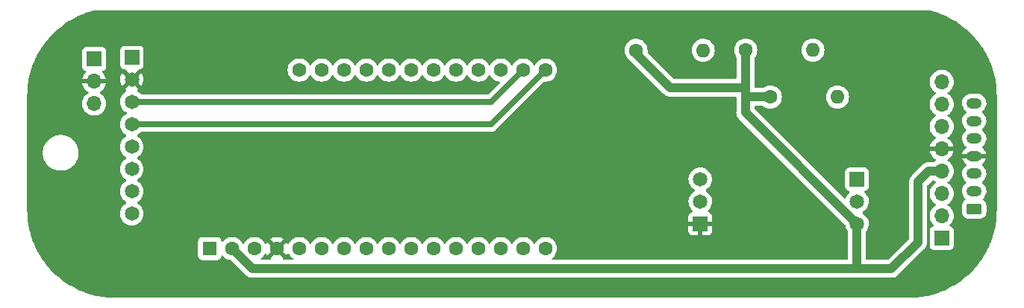
<source format=gbr>
%TF.GenerationSoftware,KiCad,Pcbnew,7.0.7*%
%TF.CreationDate,2024-03-20T16:58:12-04:00*%
%TF.ProjectId,kicad-openctd_rev7,6b696361-642d-46f7-9065-6e6374645f72,rev?*%
%TF.SameCoordinates,Original*%
%TF.FileFunction,Copper,L2,Bot*%
%TF.FilePolarity,Positive*%
%FSLAX46Y46*%
G04 Gerber Fmt 4.6, Leading zero omitted, Abs format (unit mm)*
G04 Created by KiCad (PCBNEW 7.0.7) date 2024-03-20 16:58:12*
%MOMM*%
%LPD*%
G01*
G04 APERTURE LIST*
G04 Aperture macros list*
%AMRoundRect*
0 Rectangle with rounded corners*
0 $1 Rounding radius*
0 $2 $3 $4 $5 $6 $7 $8 $9 X,Y pos of 4 corners*
0 Add a 4 corners polygon primitive as box body*
4,1,4,$2,$3,$4,$5,$6,$7,$8,$9,$2,$3,0*
0 Add four circle primitives for the rounded corners*
1,1,$1+$1,$2,$3*
1,1,$1+$1,$4,$5*
1,1,$1+$1,$6,$7*
1,1,$1+$1,$8,$9*
0 Add four rect primitives between the rounded corners*
20,1,$1+$1,$2,$3,$4,$5,0*
20,1,$1+$1,$4,$5,$6,$7,0*
20,1,$1+$1,$6,$7,$8,$9,0*
20,1,$1+$1,$8,$9,$2,$3,0*%
G04 Aperture macros list end*
%TA.AperFunction,ComponentPad*%
%ADD10C,1.600000*%
%TD*%
%TA.AperFunction,ComponentPad*%
%ADD11O,1.600000X1.600000*%
%TD*%
%TA.AperFunction,ComponentPad*%
%ADD12R,1.600000X1.600000*%
%TD*%
%TA.AperFunction,ComponentPad*%
%ADD13R,1.651000X1.651000*%
%TD*%
%TA.AperFunction,ComponentPad*%
%ADD14C,1.651000*%
%TD*%
%TA.AperFunction,ComponentPad*%
%ADD15R,1.700000X1.700000*%
%TD*%
%TA.AperFunction,ComponentPad*%
%ADD16O,1.700000X1.700000*%
%TD*%
%TA.AperFunction,ComponentPad*%
%ADD17RoundRect,0.250000X0.625000X-0.350000X0.625000X0.350000X-0.625000X0.350000X-0.625000X-0.350000X0*%
%TD*%
%TA.AperFunction,ComponentPad*%
%ADD18O,1.750000X1.200000*%
%TD*%
%TA.AperFunction,Conductor*%
%ADD19C,1.016000*%
%TD*%
%TA.AperFunction,Conductor*%
%ADD20C,0.635000*%
%TD*%
G04 APERTURE END LIST*
D10*
%TO.P,R1,1,1*%
%TO.N,+3V3*%
X175514000Y-82804000D03*
D11*
%TO.P,R1,2,2*%
%TO.N,D6*%
X183134000Y-82804000D03*
%TD*%
D12*
%TO.P,U3,1,Rst*%
%TO.N,RST*%
X114700000Y-105385000D03*
D10*
%TO.P,U3,2,3V3*%
%TO.N,+3V3*%
X117240000Y-105385000D03*
%TO.P,U3,3,Aref*%
%TO.N,AREF*%
X119780000Y-105385000D03*
%TO.P,U3,4,GND*%
%TO.N,GND*%
X122320000Y-105385000D03*
%TO.P,U3,5,A0*%
%TO.N,+3V3*%
X124860000Y-105385000D03*
%TO.P,U3,6,A1*%
X127400000Y-105385000D03*
%TO.P,U3,7,A2*%
X129940000Y-105385000D03*
%TO.P,U3,8,A3*%
X132480000Y-105385000D03*
%TO.P,U3,9,A4/D24*%
X135020000Y-105385000D03*
%TO.P,U3,10,A5/D25*%
X137560000Y-105385000D03*
%TO.P,U3,11,SCK*%
X140100000Y-105385000D03*
%TO.P,U3,12,MO*%
X142640000Y-105385000D03*
%TO.P,U3,13,MI*%
X145180000Y-105385000D03*
%TO.P,U3,14,Rx/D0*%
X147720000Y-105385000D03*
%TO.P,U3,15,Tx/D1*%
X150260000Y-105385000D03*
%TO.P,U3,16,NC*%
X152800000Y-105385000D03*
%TO.P,U3,17,SDA*%
%TO.N,SDA*%
X152800000Y-85065000D03*
%TO.P,U3,18,SCL*%
%TO.N,SCL*%
X150260000Y-85065000D03*
%TO.P,U3,19,D5*%
%TO.N,unconnected-(U3-Pad19)*%
X147720000Y-85065000D03*
%TO.P,U3,20,D6*%
%TO.N,D6*%
X145180000Y-85065000D03*
%TO.P,U3,21,D9*%
%TO.N,unconnected-(U3-Pad21)*%
X142640000Y-85065000D03*
%TO.P,U3,22,D10*%
%TO.N,unconnected-(U3-Pad22)*%
X140100000Y-85065000D03*
%TO.P,U3,23,D11*%
%TO.N,unconnected-(U3-Pad23)*%
X137560000Y-85065000D03*
%TO.P,U3,24,D12*%
%TO.N,EC_TX*%
X135020000Y-85065000D03*
%TO.P,U3,25,D13*%
%TO.N,EC_RX*%
X132480000Y-85065000D03*
%TO.P,U3,26,USB*%
%TO.N,unconnected-(U3-Pad26)*%
X129940000Y-85065000D03*
%TO.P,U3,27,EN*%
%TO.N,EN*%
X127400000Y-85065000D03*
%TO.P,U3,28,Bat*%
%TO.N,+BATT*%
X124860000Y-85065000D03*
%TD*%
D13*
%TO.P,U2,1,Gnd*%
%TO.N,GND*%
X170355000Y-102559000D03*
D14*
%TO.P,U2,2,Tx/SDA*%
%TO.N,EC_TX*%
X170355000Y-100019000D03*
%TO.P,U2,3,Rx/SCL*%
%TO.N,EC_RX*%
X170355000Y-97479000D03*
D13*
%TO.P,U2,4,PRB*%
%TO.N,PRB0*%
X188135000Y-97479000D03*
D14*
%TO.P,U2,5,PRB*%
%TO.N,PRB1*%
X188135000Y-100019000D03*
%TO.P,U2,6,Vcc*%
%TO.N,+3V3*%
X188135000Y-102559000D03*
%TD*%
D15*
%TO.P,J2,1,Pin_1*%
%TO.N,EN*%
X101600000Y-83820000D03*
D16*
%TO.P,J2,2,Pin_2*%
%TO.N,GND*%
X101600000Y-86360000D03*
%TO.P,J2,3,Pin_3*%
%TO.N,unconnected-(J3-Pad3)*%
X101600000Y-88900000D03*
%TD*%
D10*
%TO.P,R3,1,1*%
%TO.N,+3V3*%
X178308000Y-88138000D03*
D11*
%TO.P,R3,2,2*%
%TO.N,SDA*%
X185928000Y-88138000D03*
%TD*%
D10*
%TO.P,R2,1,1*%
%TO.N,+3V3*%
X163068000Y-82816000D03*
D11*
%TO.P,R2,2,2*%
%TO.N,SCL*%
X170688000Y-82816000D03*
%TD*%
D13*
%TO.P,U1,1,Vin*%
%TO.N,+3V3*%
X105875000Y-83645000D03*
D14*
%TO.P,U1,2,Gnd*%
%TO.N,GND*%
X105863570Y-86134568D03*
%TO.P,U1,3,SCL*%
%TO.N,SCL*%
X105863570Y-88671711D03*
%TO.P,U1,4,SDA*%
%TO.N,SDA*%
X105863570Y-91265000D03*
%TO.P,U1,5,BAT*%
%TO.N,unconnected-(U1-Pad5)*%
X105863570Y-93805000D03*
%TO.P,U1,6,32K*%
%TO.N,unconnected-(U1-Pad6)*%
X105863570Y-96345000D03*
%TO.P,U1,7,SQW*%
%TO.N,unconnected-(U1-Pad7)*%
X105863570Y-98885000D03*
%TO.P,U1,8,nRST*%
%TO.N,unconnected-(U1-Pad8)*%
X105863570Y-101425000D03*
%TD*%
D17*
%TO.P,J4,1,Pin_1*%
%TO.N,PRB1*%
X201422000Y-100862000D03*
D18*
%TO.P,J4,2,Pin_2*%
%TO.N,PRB0*%
X201422000Y-98862000D03*
%TO.P,J4,3,Pin_3*%
%TO.N,+3V3*%
X201422000Y-96862000D03*
%TO.P,J4,4,Pin_4*%
%TO.N,GND*%
X201422000Y-94862000D03*
%TO.P,J4,5,Pin_5*%
%TO.N,SDA*%
X201422000Y-92862000D03*
%TO.P,J4,6,Pin_6*%
%TO.N,SCL*%
X201422000Y-90862000D03*
%TO.P,J4,7,Pin_7*%
%TO.N,D6*%
X201422000Y-88862000D03*
%TD*%
D15*
%TO.P,J3,1,Pin_1*%
%TO.N,PRB1*%
X197740000Y-104200000D03*
D16*
%TO.P,J3,2,Pin_2*%
%TO.N,PRB0*%
X197740000Y-101660000D03*
%TO.P,J3,3,Pin_3*%
%TO.N,unconnected-(J3-Pad3)*%
X197740000Y-99120000D03*
%TO.P,J3,4,Pin_4*%
%TO.N,+3V3*%
X197740000Y-96580000D03*
%TO.P,J3,5,Pin_5*%
%TO.N,GND*%
X197740000Y-94040000D03*
%TO.P,J3,6,Pin_6*%
%TO.N,SDA*%
X197740000Y-91500000D03*
%TO.P,J3,7,Pin_7*%
%TO.N,SCL*%
X197740000Y-88960000D03*
%TO.P,J3,8,Pin_8*%
%TO.N,D6*%
X197740000Y-86420000D03*
%TD*%
D19*
%TO.N,+3V3*%
X195072000Y-104672000D02*
X195072000Y-97790000D01*
X175458000Y-82872000D02*
X175514000Y-82816000D01*
X188135000Y-107621000D02*
X188214000Y-107700000D01*
X188135000Y-102559000D02*
X188135000Y-107621000D01*
X175458000Y-89882000D02*
X188135000Y-102559000D01*
X175458000Y-88138000D02*
X175458000Y-89882000D01*
X175458000Y-87086000D02*
X175458000Y-88138000D01*
X175458000Y-87086000D02*
X175458000Y-82872000D01*
X117240000Y-105385000D02*
X119555000Y-107700000D01*
X119555000Y-107700000D02*
X188214000Y-107700000D01*
X178308000Y-88138000D02*
X175458000Y-88138000D01*
X192044000Y-107700000D02*
X195072000Y-104672000D01*
X188214000Y-107700000D02*
X192044000Y-107700000D01*
X166980000Y-87086000D02*
X175458000Y-87086000D01*
X196282000Y-96580000D02*
X197992000Y-96580000D01*
X162794000Y-82900000D02*
X166980000Y-87086000D01*
X195072000Y-97790000D02*
X196282000Y-96580000D01*
D20*
%TO.N,SCL*%
X105863570Y-88671711D02*
X146653289Y-88671711D01*
X146653289Y-88671711D02*
X150260000Y-85065000D01*
%TO.N,SDA*%
X105863570Y-91265000D02*
X146600000Y-91265000D01*
X146600000Y-91265000D02*
X152800000Y-85065000D01*
%TD*%
%TA.AperFunction,Conductor*%
%TO.N,GND*%
G36*
X121911850Y-105538104D02*
G01*
X121968686Y-105580651D01*
X121980084Y-105598955D01*
X121992359Y-105623045D01*
X121992361Y-105623048D01*
X122081951Y-105712638D01*
X122081953Y-105712639D01*
X122081955Y-105712641D01*
X122106042Y-105724913D01*
X122157656Y-105773661D01*
X122174722Y-105842576D01*
X122151821Y-105909778D01*
X122137933Y-105926275D01*
X121592110Y-106472097D01*
X121593487Y-106487834D01*
X121611000Y-106509743D01*
X121618310Y-106580362D01*
X121586279Y-106643723D01*
X121525079Y-106679708D01*
X121494401Y-106683500D01*
X120606471Y-106683500D01*
X120538350Y-106663498D01*
X120491857Y-106609842D01*
X120481753Y-106539568D01*
X120511247Y-106474988D01*
X120534200Y-106454287D01*
X120545955Y-106446055D01*
X120624300Y-106391198D01*
X120786198Y-106229300D01*
X120917523Y-106041749D01*
X120936081Y-106001950D01*
X120982995Y-105948667D01*
X121051272Y-105929205D01*
X121119232Y-105949745D01*
X121164469Y-106001949D01*
X121182913Y-106041500D01*
X121182913Y-106041501D01*
X121232899Y-106112888D01*
X121778722Y-105567065D01*
X121841035Y-105533040D01*
X121911850Y-105538104D01*
G37*
%TD.AperFunction*%
%TA.AperFunction,Conductor*%
G36*
X122844775Y-105553175D02*
G01*
X122861276Y-105567065D01*
X123407098Y-106112888D01*
X123407099Y-106112888D01*
X123457088Y-106041497D01*
X123475529Y-106001951D01*
X123522446Y-105948666D01*
X123590723Y-105929205D01*
X123658683Y-105949747D01*
X123703919Y-106001951D01*
X123722477Y-106041749D01*
X123814463Y-106173119D01*
X123853802Y-106229300D01*
X124015700Y-106391198D01*
X124015703Y-106391200D01*
X124105800Y-106454287D01*
X124150128Y-106509744D01*
X124157437Y-106580364D01*
X124125406Y-106643724D01*
X124064205Y-106679709D01*
X124033529Y-106683500D01*
X123145597Y-106683500D01*
X123077476Y-106663498D01*
X123030983Y-106609842D01*
X123020879Y-106539568D01*
X123046987Y-106482401D01*
X123047888Y-106472098D01*
X122502065Y-105926276D01*
X122468040Y-105863963D01*
X122473104Y-105793148D01*
X122515651Y-105736312D01*
X122533951Y-105724917D01*
X122558045Y-105712641D01*
X122647641Y-105623045D01*
X122659914Y-105598957D01*
X122708658Y-105547344D01*
X122777573Y-105530275D01*
X122844775Y-105553175D01*
G37*
%TD.AperFunction*%
%TA.AperFunction,Conductor*%
G36*
X196213401Y-78253034D02*
G01*
X196429829Y-78301412D01*
X196432971Y-78302199D01*
X196709767Y-78379362D01*
X196747624Y-78389916D01*
X197022376Y-78469739D01*
X197025326Y-78470676D01*
X197332236Y-78576584D01*
X197603393Y-78674206D01*
X197606138Y-78675268D01*
X197904968Y-78799047D01*
X198171987Y-78914597D01*
X198356764Y-79004566D01*
X198463229Y-79056404D01*
X198723305Y-79188919D01*
X199004901Y-79347740D01*
X199256681Y-79496642D01*
X199527784Y-79671923D01*
X199748242Y-79821746D01*
X199770073Y-79836583D01*
X200029823Y-80027710D01*
X200261548Y-80207455D01*
X200487781Y-80395996D01*
X200509110Y-80413772D01*
X200729232Y-80607836D01*
X200963810Y-80828653D01*
X201171346Y-81036189D01*
X201392163Y-81270767D01*
X201586227Y-81490889D01*
X201792536Y-81738441D01*
X201972275Y-81970158D01*
X202046018Y-82070377D01*
X202163416Y-82229926D01*
X202328086Y-82472231D01*
X202482009Y-82710299D01*
X202503351Y-82743308D01*
X202652267Y-82995111D01*
X202811075Y-83276684D01*
X202943595Y-83536770D01*
X203085403Y-83828014D01*
X203200971Y-84095077D01*
X203324725Y-84393847D01*
X203325796Y-84396616D01*
X203423415Y-84667763D01*
X203529322Y-84974672D01*
X203530267Y-84977646D01*
X203610083Y-85252375D01*
X203697790Y-85566994D01*
X203698586Y-85570168D01*
X203760274Y-85846137D01*
X203829500Y-86168628D01*
X203830128Y-86171995D01*
X203873418Y-86445318D01*
X203923933Y-86777227D01*
X203924370Y-86780778D01*
X203949095Y-87042332D01*
X203980735Y-87390515D01*
X203980962Y-87394238D01*
X203987004Y-87586494D01*
X203999500Y-88000000D01*
X203999500Y-101000000D01*
X203987004Y-101413505D01*
X203980962Y-101605760D01*
X203980735Y-101609483D01*
X203949095Y-101957667D01*
X203924370Y-102219220D01*
X203923933Y-102222771D01*
X203873418Y-102554681D01*
X203830128Y-102828003D01*
X203829500Y-102831370D01*
X203760274Y-103153862D01*
X203698586Y-103429830D01*
X203697790Y-103433004D01*
X203610083Y-103747624D01*
X203530267Y-104022352D01*
X203529322Y-104025326D01*
X203423415Y-104332236D01*
X203325796Y-104603383D01*
X203324725Y-104606151D01*
X203200971Y-104904922D01*
X203085403Y-105171985D01*
X202943595Y-105463229D01*
X202811075Y-105723315D01*
X202652267Y-106004888D01*
X202503351Y-106256691D01*
X202328087Y-106527768D01*
X202163416Y-106770073D01*
X201972284Y-107029830D01*
X201792544Y-107261549D01*
X201586227Y-107509110D01*
X201392163Y-107729232D01*
X201171346Y-107963810D01*
X200963810Y-108171346D01*
X200729232Y-108392163D01*
X200509110Y-108586227D01*
X200261549Y-108792544D01*
X200029830Y-108972284D01*
X199770073Y-109163416D01*
X199527768Y-109328087D01*
X199256691Y-109503351D01*
X199004888Y-109652267D01*
X198723315Y-109811075D01*
X198463229Y-109943595D01*
X198171985Y-110085403D01*
X197904922Y-110200971D01*
X197606151Y-110324725D01*
X197603383Y-110325796D01*
X197332236Y-110423415D01*
X197025326Y-110529322D01*
X197022352Y-110530267D01*
X196747624Y-110610083D01*
X196433004Y-110697790D01*
X196429830Y-110698586D01*
X196153862Y-110760274D01*
X195831370Y-110829500D01*
X195828003Y-110830128D01*
X195554681Y-110873418D01*
X195222771Y-110923933D01*
X195219220Y-110924370D01*
X194957667Y-110949095D01*
X194609483Y-110980735D01*
X194605760Y-110980962D01*
X194413505Y-110987004D01*
X194000000Y-110999500D01*
X104000000Y-110999500D01*
X103586494Y-110987004D01*
X103394238Y-110980962D01*
X103390515Y-110980735D01*
X103042332Y-110949095D01*
X102780778Y-110924370D01*
X102777227Y-110923933D01*
X102445318Y-110873418D01*
X102171995Y-110830128D01*
X102168628Y-110829500D01*
X101846137Y-110760274D01*
X101570168Y-110698586D01*
X101566994Y-110697790D01*
X101252375Y-110610083D01*
X100977646Y-110530267D01*
X100974672Y-110529322D01*
X100667763Y-110423415D01*
X100396616Y-110325796D01*
X100393847Y-110324725D01*
X100095077Y-110200971D01*
X99828014Y-110085403D01*
X99536770Y-109943595D01*
X99276684Y-109811075D01*
X98995111Y-109652267D01*
X98743308Y-109503351D01*
X98586410Y-109401909D01*
X98472231Y-109328086D01*
X98331588Y-109232505D01*
X98229926Y-109163416D01*
X97970180Y-108972292D01*
X97738441Y-108792536D01*
X97490889Y-108586227D01*
X97270767Y-108392163D01*
X97036189Y-108171346D01*
X96828653Y-107963810D01*
X96607836Y-107729232D01*
X96413772Y-107509110D01*
X96327315Y-107405370D01*
X96207455Y-107261548D01*
X96027702Y-107029812D01*
X95836583Y-106770073D01*
X95801896Y-106719033D01*
X95671923Y-106527784D01*
X95496643Y-106256684D01*
X95483021Y-106233649D01*
X113391500Y-106233649D01*
X113398009Y-106294196D01*
X113398011Y-106294204D01*
X113449110Y-106431202D01*
X113449112Y-106431207D01*
X113536738Y-106548261D01*
X113653792Y-106635887D01*
X113653794Y-106635888D01*
X113653796Y-106635889D01*
X113682500Y-106646595D01*
X113790795Y-106686988D01*
X113790803Y-106686990D01*
X113851350Y-106693499D01*
X113851355Y-106693499D01*
X113851362Y-106693500D01*
X113851368Y-106693500D01*
X115548632Y-106693500D01*
X115548638Y-106693500D01*
X115548645Y-106693499D01*
X115548649Y-106693499D01*
X115609196Y-106686990D01*
X115609199Y-106686989D01*
X115609201Y-106686989D01*
X115610234Y-106686604D01*
X115649082Y-106672114D01*
X115746204Y-106635889D01*
X115759921Y-106625621D01*
X115863261Y-106548261D01*
X115950887Y-106431207D01*
X115950887Y-106431206D01*
X115950889Y-106431204D01*
X116001989Y-106294201D01*
X116002998Y-106284808D01*
X116030163Y-106219215D01*
X116088478Y-106178721D01*
X116159429Y-106176182D01*
X116220490Y-106212405D01*
X116231487Y-106225995D01*
X116233796Y-106229292D01*
X116233802Y-106229300D01*
X116395700Y-106391198D01*
X116583251Y-106522523D01*
X116790757Y-106619284D01*
X117011913Y-106678543D01*
X117058372Y-106682607D01*
X117124490Y-106708470D01*
X117136485Y-106719033D01*
X118798733Y-108381281D01*
X118802868Y-108385842D01*
X118832748Y-108422252D01*
X118832750Y-108422254D01*
X118832754Y-108422258D01*
X118908882Y-108484733D01*
X118987530Y-108549278D01*
X119161783Y-108642418D01*
X119164120Y-108643667D01*
X119164122Y-108643667D01*
X119164123Y-108643668D01*
X119355727Y-108701791D01*
X119355728Y-108701791D01*
X119355731Y-108701792D01*
X119355735Y-108701792D01*
X119355739Y-108701793D01*
X119444483Y-108710533D01*
X119505066Y-108716500D01*
X119505067Y-108716500D01*
X119508144Y-108716803D01*
X119554998Y-108721418D01*
X119555000Y-108721418D01*
X119555002Y-108721418D01*
X119601846Y-108716804D01*
X119608026Y-108716500D01*
X188160963Y-108716500D01*
X188167143Y-108716804D01*
X188213998Y-108721419D01*
X188214000Y-108721419D01*
X188214002Y-108721419D01*
X188260857Y-108716804D01*
X188267037Y-108716500D01*
X191990965Y-108716500D01*
X191997145Y-108716804D01*
X192043998Y-108721419D01*
X192044000Y-108721419D01*
X192044001Y-108721419D01*
X192143721Y-108711596D01*
X192243260Y-108701793D01*
X192243260Y-108701792D01*
X192243269Y-108701792D01*
X192434880Y-108643667D01*
X192611469Y-108549278D01*
X192766252Y-108422252D01*
X192796128Y-108385846D01*
X192800260Y-108381286D01*
X195753285Y-105428261D01*
X195757836Y-105424136D01*
X195794252Y-105394252D01*
X195852608Y-105323143D01*
X195921279Y-105239469D01*
X195996554Y-105098638D01*
X196015667Y-105062880D01*
X196017342Y-105057361D01*
X196073791Y-104871272D01*
X196073790Y-104871272D01*
X196073792Y-104871269D01*
X196074881Y-104860218D01*
X196083397Y-104773748D01*
X196093419Y-104672002D01*
X196093419Y-104671998D01*
X196088804Y-104625141D01*
X196088500Y-104618962D01*
X196088500Y-98263238D01*
X196108502Y-98195117D01*
X196125405Y-98174143D01*
X196666143Y-97633405D01*
X196728455Y-97599379D01*
X196755238Y-97596500D01*
X196790969Y-97596500D01*
X196859090Y-97616502D01*
X196868360Y-97623069D01*
X196994416Y-97721183D01*
X196994424Y-97721189D01*
X197027680Y-97739186D01*
X197078071Y-97789200D01*
X197093423Y-97858516D01*
X197068862Y-97925129D01*
X197027680Y-97960813D01*
X196994426Y-97978810D01*
X196994424Y-97978811D01*
X196816762Y-98117091D01*
X196664279Y-98282729D01*
X196664275Y-98282734D01*
X196541141Y-98471206D01*
X196450703Y-98677386D01*
X196450702Y-98677387D01*
X196395437Y-98895624D01*
X196395436Y-98895630D01*
X196395436Y-98895632D01*
X196393595Y-98917847D01*
X196377049Y-99117532D01*
X196376844Y-99120000D01*
X196395322Y-99342998D01*
X196395437Y-99344375D01*
X196450702Y-99562612D01*
X196450703Y-99562613D01*
X196450704Y-99562616D01*
X196499828Y-99674609D01*
X196541141Y-99768793D01*
X196664275Y-99957265D01*
X196664279Y-99957270D01*
X196816762Y-100122908D01*
X196871331Y-100165381D01*
X196994424Y-100261189D01*
X197027680Y-100279186D01*
X197078071Y-100329200D01*
X197093423Y-100398516D01*
X197068862Y-100465129D01*
X197027680Y-100500813D01*
X196994426Y-100518810D01*
X196994424Y-100518811D01*
X196816762Y-100657091D01*
X196664279Y-100822729D01*
X196664275Y-100822734D01*
X196541141Y-101011206D01*
X196450703Y-101217386D01*
X196450702Y-101217387D01*
X196395437Y-101435624D01*
X196377049Y-101657532D01*
X196376844Y-101660000D01*
X196395322Y-101882998D01*
X196395437Y-101884375D01*
X196450702Y-102102612D01*
X196450703Y-102102613D01*
X196450704Y-102102616D01*
X196527953Y-102278728D01*
X196541141Y-102308793D01*
X196664275Y-102497265D01*
X196664280Y-102497270D01*
X196807475Y-102652820D01*
X196838896Y-102716485D01*
X196830909Y-102787031D01*
X196786051Y-102842060D01*
X196758807Y-102856213D01*
X196643797Y-102899110D01*
X196643792Y-102899112D01*
X196526738Y-102986738D01*
X196439112Y-103103792D01*
X196439110Y-103103797D01*
X196388011Y-103240795D01*
X196388009Y-103240803D01*
X196381500Y-103301350D01*
X196381500Y-105098638D01*
X196388009Y-105159196D01*
X196388011Y-105159204D01*
X196439110Y-105296202D01*
X196439112Y-105296207D01*
X196526738Y-105413261D01*
X196643792Y-105500887D01*
X196643794Y-105500888D01*
X196643796Y-105500889D01*
X196702875Y-105522924D01*
X196780795Y-105551988D01*
X196780803Y-105551990D01*
X196841350Y-105558499D01*
X196841355Y-105558499D01*
X196841362Y-105558500D01*
X196841368Y-105558500D01*
X198638632Y-105558500D01*
X198638638Y-105558500D01*
X198638645Y-105558499D01*
X198638649Y-105558499D01*
X198699196Y-105551990D01*
X198699199Y-105551989D01*
X198699201Y-105551989D01*
X198836204Y-105500889D01*
X198953261Y-105413261D01*
X199040889Y-105296204D01*
X199091989Y-105159201D01*
X199093306Y-105146956D01*
X199098500Y-105098638D01*
X199098500Y-103301367D01*
X199098499Y-103301350D01*
X199091990Y-103240803D01*
X199091988Y-103240795D01*
X199045683Y-103116650D01*
X199040889Y-103103796D01*
X199040888Y-103103794D01*
X199040887Y-103103792D01*
X198953261Y-102986738D01*
X198836207Y-102899112D01*
X198836203Y-102899110D01*
X198721192Y-102856213D01*
X198664356Y-102813667D01*
X198639546Y-102747146D01*
X198654638Y-102677772D01*
X198672525Y-102652820D01*
X198815714Y-102497277D01*
X198815724Y-102497265D01*
X198840742Y-102458972D01*
X198938860Y-102308791D01*
X199029296Y-102102616D01*
X199084564Y-101884368D01*
X199103156Y-101660000D01*
X199084564Y-101435632D01*
X199047432Y-101289000D01*
X199029297Y-101217387D01*
X199029296Y-101217386D01*
X199029296Y-101217384D01*
X198938860Y-101011209D01*
X198931210Y-100999500D01*
X198815724Y-100822734D01*
X198815720Y-100822729D01*
X198663237Y-100657091D01*
X198581382Y-100593381D01*
X198485576Y-100518811D01*
X198452319Y-100500813D01*
X198401929Y-100450802D01*
X198386576Y-100381485D01*
X198411136Y-100314872D01*
X198452320Y-100279186D01*
X198485576Y-100261189D01*
X198663240Y-100122906D01*
X198815722Y-99957268D01*
X198938860Y-99768791D01*
X199029296Y-99562616D01*
X199084564Y-99344368D01*
X199103156Y-99120000D01*
X199084564Y-98895632D01*
X199062629Y-98809014D01*
X200034718Y-98809014D01*
X200044790Y-99020463D01*
X200044792Y-99020476D01*
X200094700Y-99226198D01*
X200094702Y-99226204D01*
X200182644Y-99418771D01*
X200182648Y-99418778D01*
X200305435Y-99591208D01*
X200305439Y-99591213D01*
X200305441Y-99591215D01*
X200399181Y-99680596D01*
X200434679Y-99742080D01*
X200431301Y-99812996D01*
X200390120Y-99870828D01*
X200378379Y-99879026D01*
X200323349Y-99912968D01*
X200323341Y-99912975D01*
X200197975Y-100038341D01*
X200197970Y-100038347D01*
X200104885Y-100189262D01*
X200049113Y-100357572D01*
X200049112Y-100357579D01*
X200038500Y-100461446D01*
X200038500Y-101262544D01*
X200049112Y-101366425D01*
X200104885Y-101534738D01*
X200197970Y-101685652D01*
X200197975Y-101685658D01*
X200323341Y-101811024D01*
X200323347Y-101811029D01*
X200323348Y-101811030D01*
X200474262Y-101904115D01*
X200642574Y-101959887D01*
X200746455Y-101970500D01*
X202097544Y-101970499D01*
X202201426Y-101959887D01*
X202369738Y-101904115D01*
X202520652Y-101811030D01*
X202646030Y-101685652D01*
X202739115Y-101534738D01*
X202794887Y-101366426D01*
X202805500Y-101262545D01*
X202805499Y-100461456D01*
X202794887Y-100357574D01*
X202739115Y-100189262D01*
X202646030Y-100038348D01*
X202646029Y-100038347D01*
X202646024Y-100038341D01*
X202520658Y-99912975D01*
X202520649Y-99912968D01*
X202468650Y-99880895D01*
X202421171Y-99828110D01*
X202409768Y-99758035D01*
X202438060Y-99692919D01*
X202456911Y-99674609D01*
X202465435Y-99667906D01*
X202563661Y-99554546D01*
X202604065Y-99507918D01*
X202709913Y-99324582D01*
X202779153Y-99124527D01*
X202809281Y-98914984D01*
X202804113Y-98806489D01*
X202799209Y-98703536D01*
X202799208Y-98703531D01*
X202799208Y-98703526D01*
X202749298Y-98497796D01*
X202661356Y-98305229D01*
X202661353Y-98305225D01*
X202661351Y-98305221D01*
X202538564Y-98132791D01*
X202538555Y-98132781D01*
X202507132Y-98102819D01*
X202385346Y-97986697D01*
X202385343Y-97986695D01*
X202385340Y-97986692D01*
X202355195Y-97967319D01*
X202308702Y-97913664D01*
X202298599Y-97843389D01*
X202328092Y-97778809D01*
X202345429Y-97762279D01*
X202374795Y-97739186D01*
X202465432Y-97667908D01*
X202504286Y-97623069D01*
X202603831Y-97508188D01*
X202604065Y-97507918D01*
X202709913Y-97324582D01*
X202779153Y-97124527D01*
X202809281Y-96914984D01*
X202803947Y-96803000D01*
X202799209Y-96703536D01*
X202799208Y-96703531D01*
X202799208Y-96703526D01*
X202749298Y-96497796D01*
X202661356Y-96305229D01*
X202661353Y-96305225D01*
X202661351Y-96305221D01*
X202538564Y-96132791D01*
X202538555Y-96132781D01*
X202468044Y-96065549D01*
X202385346Y-95986697D01*
X202385343Y-95986695D01*
X202385340Y-95986692D01*
X202354750Y-95967033D01*
X202308257Y-95913377D01*
X202298154Y-95843103D01*
X202327647Y-95778523D01*
X202344984Y-95761993D01*
X202465081Y-95667548D01*
X202465091Y-95667539D01*
X202603656Y-95507625D01*
X202603657Y-95507624D01*
X202709454Y-95324377D01*
X202709458Y-95324368D01*
X202778662Y-95124415D01*
X202778664Y-95124409D01*
X202779873Y-95116000D01*
X201911748Y-95116000D01*
X201843627Y-95095998D01*
X201797134Y-95042342D01*
X201787030Y-94972068D01*
X201789604Y-94959067D01*
X201790549Y-94955334D01*
X201790551Y-94955330D01*
X201800886Y-94830605D01*
X201800885Y-94830600D01*
X201784256Y-94764931D01*
X201786923Y-94693985D01*
X201827523Y-94635743D01*
X201893166Y-94608697D01*
X201906400Y-94608000D01*
X202775519Y-94608000D01*
X202775519Y-94607999D01*
X202748824Y-94497961D01*
X202748822Y-94497954D01*
X202660922Y-94305484D01*
X202660920Y-94305480D01*
X202538178Y-94133112D01*
X202538177Y-94133111D01*
X202385035Y-93987090D01*
X202385034Y-93987089D01*
X202354781Y-93967647D01*
X202308288Y-93913992D01*
X202298183Y-93843718D01*
X202327676Y-93779137D01*
X202345010Y-93762608D01*
X202465432Y-93667908D01*
X202604065Y-93507918D01*
X202709913Y-93324582D01*
X202779153Y-93124527D01*
X202809281Y-92914984D01*
X202805153Y-92828326D01*
X202799209Y-92703536D01*
X202799208Y-92703531D01*
X202799208Y-92703526D01*
X202749298Y-92497796D01*
X202661356Y-92305229D01*
X202661353Y-92305225D01*
X202661351Y-92305221D01*
X202538564Y-92132791D01*
X202538555Y-92132781D01*
X202474088Y-92071312D01*
X202385346Y-91986697D01*
X202385343Y-91986695D01*
X202385340Y-91986692D01*
X202355195Y-91967319D01*
X202308702Y-91913664D01*
X202298599Y-91843389D01*
X202328092Y-91778809D01*
X202345429Y-91762279D01*
X202465431Y-91667909D01*
X202465434Y-91667906D01*
X202531893Y-91591208D01*
X202604065Y-91507918D01*
X202709913Y-91324582D01*
X202779153Y-91124527D01*
X202809281Y-90914984D01*
X202804233Y-90809014D01*
X202799209Y-90703536D01*
X202799208Y-90703531D01*
X202799208Y-90703526D01*
X202749298Y-90497796D01*
X202661356Y-90305229D01*
X202661353Y-90305225D01*
X202661351Y-90305221D01*
X202538564Y-90132791D01*
X202538555Y-90132781D01*
X202484522Y-90081261D01*
X202385346Y-89986697D01*
X202385343Y-89986695D01*
X202385340Y-89986692D01*
X202355195Y-89967319D01*
X202308702Y-89913664D01*
X202298599Y-89843389D01*
X202328092Y-89778809D01*
X202345429Y-89762279D01*
X202377234Y-89737268D01*
X202465432Y-89667908D01*
X202604065Y-89507918D01*
X202709913Y-89324582D01*
X202779153Y-89124527D01*
X202809281Y-88914984D01*
X202804233Y-88809014D01*
X202799209Y-88703536D01*
X202799208Y-88703531D01*
X202799208Y-88703526D01*
X202749298Y-88497796D01*
X202661356Y-88305229D01*
X202661353Y-88305225D01*
X202661351Y-88305221D01*
X202538564Y-88132791D01*
X202538555Y-88132781D01*
X202491373Y-88087793D01*
X202385346Y-87986697D01*
X202207254Y-87872244D01*
X202010721Y-87793564D01*
X202010720Y-87793563D01*
X202010718Y-87793563D01*
X201802853Y-87753500D01*
X201802849Y-87753500D01*
X201094197Y-87753500D01*
X201094195Y-87753500D01*
X201094177Y-87753501D01*
X200936271Y-87768579D01*
X200936256Y-87768582D01*
X200733135Y-87828223D01*
X200544976Y-87925227D01*
X200378564Y-88056094D01*
X200239938Y-88216077D01*
X200239930Y-88216088D01*
X200134089Y-88399412D01*
X200134086Y-88399419D01*
X200064848Y-88599469D01*
X200064845Y-88599480D01*
X200034718Y-88809014D01*
X200044790Y-89020463D01*
X200044792Y-89020476D01*
X200094700Y-89226198D01*
X200094702Y-89226204D01*
X200182644Y-89418771D01*
X200182648Y-89418778D01*
X200305435Y-89591208D01*
X200305439Y-89591213D01*
X200305441Y-89591215D01*
X200458654Y-89737303D01*
X200458656Y-89737304D01*
X200488804Y-89756679D01*
X200535297Y-89810335D01*
X200545401Y-89880609D01*
X200515907Y-89945189D01*
X200498571Y-89961720D01*
X200378564Y-90056094D01*
X200239938Y-90216077D01*
X200239930Y-90216088D01*
X200134089Y-90399412D01*
X200134086Y-90399419D01*
X200064848Y-90599469D01*
X200064845Y-90599480D01*
X200034718Y-90809014D01*
X200044790Y-91020463D01*
X200044792Y-91020476D01*
X200094700Y-91226198D01*
X200094702Y-91226204D01*
X200182644Y-91418771D01*
X200182648Y-91418778D01*
X200305435Y-91591208D01*
X200305439Y-91591213D01*
X200305441Y-91591215D01*
X200458654Y-91737303D01*
X200458656Y-91737304D01*
X200488804Y-91756679D01*
X200535297Y-91810335D01*
X200545401Y-91880609D01*
X200515907Y-91945189D01*
X200498571Y-91961720D01*
X200378564Y-92056094D01*
X200239938Y-92216077D01*
X200239930Y-92216088D01*
X200134089Y-92399412D01*
X200134086Y-92399419D01*
X200064848Y-92599469D01*
X200064845Y-92599480D01*
X200034718Y-92809014D01*
X200044790Y-93020463D01*
X200044792Y-93020476D01*
X200094700Y-93226198D01*
X200094702Y-93226204D01*
X200182644Y-93418771D01*
X200182648Y-93418778D01*
X200305435Y-93591208D01*
X200305439Y-93591213D01*
X200305441Y-93591215D01*
X200458654Y-93737303D01*
X200458656Y-93737304D01*
X200489249Y-93756965D01*
X200535742Y-93810621D01*
X200545846Y-93880895D01*
X200516352Y-93945475D01*
X200499016Y-93962006D01*
X200378914Y-94056455D01*
X200378908Y-94056460D01*
X200240343Y-94216374D01*
X200240342Y-94216375D01*
X200134545Y-94399622D01*
X200134541Y-94399631D01*
X200065337Y-94599584D01*
X200065335Y-94599590D01*
X200064126Y-94608000D01*
X200932252Y-94608000D01*
X201000373Y-94628002D01*
X201046866Y-94681658D01*
X201056970Y-94751932D01*
X201054396Y-94764933D01*
X201053449Y-94768668D01*
X201043114Y-94893395D01*
X201043114Y-94893399D01*
X201059744Y-94959069D01*
X201057077Y-95030015D01*
X201016477Y-95088257D01*
X200950834Y-95115303D01*
X200937600Y-95116000D01*
X200068480Y-95116000D01*
X200095175Y-95226038D01*
X200095177Y-95226045D01*
X200183077Y-95418515D01*
X200183079Y-95418519D01*
X200305821Y-95590887D01*
X200305822Y-95590888D01*
X200458961Y-95736907D01*
X200489218Y-95756351D01*
X200535711Y-95810007D01*
X200545816Y-95880280D01*
X200516323Y-95944861D01*
X200498987Y-95961392D01*
X200378565Y-96056093D01*
X200239938Y-96216077D01*
X200239930Y-96216088D01*
X200134089Y-96399412D01*
X200134086Y-96399419D01*
X200064848Y-96599469D01*
X200064845Y-96599480D01*
X200034718Y-96809014D01*
X200044790Y-97020463D01*
X200044792Y-97020476D01*
X200094700Y-97226198D01*
X200094702Y-97226204D01*
X200182644Y-97418771D01*
X200182648Y-97418778D01*
X200305435Y-97591208D01*
X200305444Y-97591218D01*
X200318156Y-97603339D01*
X200458654Y-97737303D01*
X200458656Y-97737304D01*
X200488804Y-97756679D01*
X200535297Y-97810335D01*
X200545401Y-97880609D01*
X200515907Y-97945189D01*
X200498571Y-97961720D01*
X200378564Y-98056094D01*
X200239938Y-98216077D01*
X200239930Y-98216088D01*
X200134089Y-98399412D01*
X200134086Y-98399419D01*
X200064848Y-98599469D01*
X200064845Y-98599480D01*
X200034718Y-98809014D01*
X199062629Y-98809014D01*
X199035916Y-98703526D01*
X199029297Y-98677387D01*
X199029296Y-98677386D01*
X199029296Y-98677384D01*
X198938860Y-98471209D01*
X198932140Y-98460924D01*
X198815724Y-98282734D01*
X198815720Y-98282729D01*
X198663237Y-98117091D01*
X198581382Y-98053381D01*
X198485576Y-97978811D01*
X198452319Y-97960813D01*
X198401929Y-97910802D01*
X198386576Y-97841485D01*
X198411136Y-97774872D01*
X198452320Y-97739186D01*
X198455798Y-97737304D01*
X198485576Y-97721189D01*
X198663240Y-97582906D01*
X198815722Y-97417268D01*
X198938860Y-97228791D01*
X199029296Y-97022616D01*
X199084564Y-96804368D01*
X199103156Y-96580000D01*
X199084564Y-96355632D01*
X199075366Y-96319309D01*
X199029297Y-96137387D01*
X199029296Y-96137386D01*
X199029296Y-96137384D01*
X198938860Y-95931209D01*
X198912525Y-95890900D01*
X198815724Y-95742734D01*
X198815720Y-95742729D01*
X198675937Y-95590887D01*
X198663240Y-95577094D01*
X198663239Y-95577093D01*
X198663237Y-95577091D01*
X198573986Y-95507624D01*
X198485576Y-95438811D01*
X198451792Y-95420528D01*
X198401402Y-95370516D01*
X198386050Y-95301199D01*
X198410610Y-95234586D01*
X198451793Y-95198901D01*
X198485300Y-95180767D01*
X198485301Y-95180767D01*
X198662902Y-95042534D01*
X198815325Y-94876958D01*
X198938419Y-94688548D01*
X199028820Y-94482456D01*
X199028823Y-94482449D01*
X199076544Y-94294000D01*
X198354844Y-94294000D01*
X198286723Y-94273998D01*
X198240230Y-94220342D01*
X198230126Y-94150068D01*
X198233947Y-94132504D01*
X198240000Y-94111888D01*
X198240000Y-93968111D01*
X198233947Y-93947496D01*
X198233948Y-93876500D01*
X198272333Y-93816774D01*
X198336914Y-93787282D01*
X198354844Y-93786000D01*
X199076544Y-93786000D01*
X199076544Y-93785999D01*
X199028823Y-93597550D01*
X199028820Y-93597543D01*
X198938419Y-93391451D01*
X198815325Y-93203041D01*
X198662902Y-93037465D01*
X198485301Y-92899232D01*
X198485300Y-92899231D01*
X198451791Y-92881097D01*
X198401401Y-92831083D01*
X198386050Y-92761766D01*
X198410612Y-92695153D01*
X198451790Y-92659472D01*
X198485576Y-92641189D01*
X198663240Y-92502906D01*
X198815722Y-92337268D01*
X198938860Y-92148791D01*
X199029296Y-91942616D01*
X199084564Y-91724368D01*
X199103156Y-91500000D01*
X199084564Y-91275632D01*
X199029296Y-91057384D01*
X198938860Y-90851209D01*
X198911293Y-90809014D01*
X198815724Y-90662734D01*
X198815720Y-90662729D01*
X198663237Y-90497091D01*
X198562903Y-90418998D01*
X198485576Y-90358811D01*
X198452319Y-90340813D01*
X198401929Y-90290802D01*
X198386576Y-90221485D01*
X198411136Y-90154872D01*
X198452320Y-90119186D01*
X198485576Y-90101189D01*
X198663240Y-89962906D01*
X198815722Y-89797268D01*
X198938860Y-89608791D01*
X199029296Y-89402616D01*
X199084564Y-89184368D01*
X199103156Y-88960000D01*
X199084564Y-88735632D01*
X199050083Y-88599469D01*
X199029297Y-88517387D01*
X199029296Y-88517386D01*
X199029296Y-88517384D01*
X198938860Y-88311209D01*
X198884824Y-88228500D01*
X198815724Y-88122734D01*
X198815720Y-88122729D01*
X198663237Y-87957091D01*
X198554226Y-87872244D01*
X198485576Y-87818811D01*
X198471057Y-87810954D01*
X198452320Y-87800814D01*
X198401929Y-87750802D01*
X198386576Y-87681485D01*
X198411136Y-87614872D01*
X198452320Y-87579186D01*
X198453484Y-87578556D01*
X198485576Y-87561189D01*
X198663240Y-87422906D01*
X198815722Y-87257268D01*
X198938860Y-87068791D01*
X199029296Y-86862616D01*
X199084564Y-86644368D01*
X199103156Y-86420000D01*
X199084564Y-86195632D01*
X199060594Y-86100975D01*
X199029297Y-85977387D01*
X199029296Y-85977386D01*
X199029296Y-85977384D01*
X198938860Y-85771209D01*
X198899818Y-85711451D01*
X198815724Y-85582734D01*
X198815720Y-85582729D01*
X198663237Y-85417091D01*
X198567295Y-85342416D01*
X198485576Y-85278811D01*
X198287574Y-85171658D01*
X198287572Y-85171657D01*
X198287571Y-85171656D01*
X198074639Y-85098557D01*
X198074630Y-85098555D01*
X198030476Y-85091187D01*
X197852569Y-85061500D01*
X197627431Y-85061500D01*
X197479210Y-85086233D01*
X197405369Y-85098555D01*
X197405360Y-85098557D01*
X197192428Y-85171656D01*
X197192426Y-85171658D01*
X196994426Y-85278810D01*
X196994424Y-85278811D01*
X196816762Y-85417091D01*
X196664279Y-85582729D01*
X196664275Y-85582734D01*
X196541141Y-85771206D01*
X196450703Y-85977386D01*
X196450702Y-85977387D01*
X196395437Y-86195624D01*
X196395436Y-86195630D01*
X196395436Y-86195632D01*
X196376844Y-86420000D01*
X196392813Y-86612718D01*
X196395437Y-86644375D01*
X196450702Y-86862612D01*
X196450703Y-86862613D01*
X196450704Y-86862616D01*
X196508992Y-86995500D01*
X196541141Y-87068793D01*
X196664275Y-87257265D01*
X196664279Y-87257270D01*
X196816762Y-87422908D01*
X196865145Y-87460566D01*
X196994424Y-87561189D01*
X197026516Y-87578556D01*
X197027680Y-87579186D01*
X197078071Y-87629200D01*
X197093423Y-87698516D01*
X197068862Y-87765129D01*
X197027680Y-87800813D01*
X196994426Y-87818810D01*
X196994424Y-87818811D01*
X196816762Y-87957091D01*
X196664279Y-88122729D01*
X196664275Y-88122734D01*
X196541141Y-88311206D01*
X196450703Y-88517386D01*
X196450702Y-88517387D01*
X196395437Y-88735624D01*
X196395436Y-88735630D01*
X196395436Y-88735632D01*
X196376844Y-88960000D01*
X196394849Y-89177287D01*
X196395437Y-89184375D01*
X196450702Y-89402612D01*
X196450703Y-89402613D01*
X196450704Y-89402616D01*
X196533431Y-89591215D01*
X196541141Y-89608793D01*
X196664275Y-89797265D01*
X196664279Y-89797270D01*
X196816762Y-89962908D01*
X196825044Y-89969354D01*
X196994424Y-90101189D01*
X197027680Y-90119186D01*
X197078071Y-90169200D01*
X197093423Y-90238516D01*
X197068862Y-90305129D01*
X197027680Y-90340813D01*
X196994426Y-90358810D01*
X196994424Y-90358811D01*
X196816762Y-90497091D01*
X196664279Y-90662729D01*
X196664275Y-90662734D01*
X196541141Y-90851206D01*
X196450703Y-91057386D01*
X196450702Y-91057387D01*
X196395437Y-91275624D01*
X196395436Y-91275630D01*
X196395436Y-91275632D01*
X196376844Y-91500000D01*
X196395322Y-91722998D01*
X196395437Y-91724375D01*
X196450702Y-91942612D01*
X196450703Y-91942613D01*
X196450704Y-91942616D01*
X196534119Y-92132785D01*
X196541141Y-92148793D01*
X196664275Y-92337265D01*
X196664279Y-92337270D01*
X196768512Y-92450495D01*
X196812060Y-92497801D01*
X196816762Y-92502908D01*
X196843012Y-92523339D01*
X196994424Y-92641189D01*
X197028205Y-92659470D01*
X197078596Y-92709482D01*
X197093949Y-92778799D01*
X197069389Y-92845412D01*
X197028209Y-92881096D01*
X196994704Y-92899228D01*
X196994698Y-92899232D01*
X196817097Y-93037465D01*
X196664674Y-93203041D01*
X196541580Y-93391451D01*
X196451179Y-93597543D01*
X196451176Y-93597550D01*
X196403455Y-93785999D01*
X196403456Y-93786000D01*
X197125156Y-93786000D01*
X197193277Y-93806002D01*
X197239770Y-93859658D01*
X197249874Y-93929932D01*
X197246053Y-93947496D01*
X197240000Y-93968111D01*
X197240000Y-94111888D01*
X197246053Y-94132504D01*
X197246052Y-94203500D01*
X197207667Y-94263226D01*
X197143086Y-94292718D01*
X197125156Y-94294000D01*
X196403455Y-94294000D01*
X196451176Y-94482449D01*
X196451179Y-94482456D01*
X196541580Y-94688548D01*
X196664674Y-94876958D01*
X196817097Y-95042534D01*
X196994698Y-95180767D01*
X196994704Y-95180771D01*
X197028207Y-95198902D01*
X197078597Y-95248915D01*
X197093949Y-95318232D01*
X197069388Y-95384845D01*
X197028207Y-95420528D01*
X196994430Y-95438807D01*
X196994416Y-95438816D01*
X196868360Y-95536931D01*
X196802318Y-95562988D01*
X196790969Y-95563500D01*
X196335026Y-95563500D01*
X196328846Y-95563196D01*
X196282002Y-95558582D01*
X196281995Y-95558582D01*
X196235148Y-95563195D01*
X196235143Y-95563197D01*
X196082738Y-95578206D01*
X196082731Y-95578207D01*
X196082731Y-95578208D01*
X196040930Y-95590888D01*
X195868910Y-95643069D01*
X195868728Y-95643380D01*
X195841862Y-95662661D01*
X195714527Y-95730723D01*
X195680495Y-95758654D01*
X195559749Y-95857747D01*
X195529874Y-95894148D01*
X195525720Y-95898731D01*
X194390731Y-97033720D01*
X194386148Y-97037874D01*
X194349747Y-97067749D01*
X194222720Y-97222533D01*
X194128334Y-97399116D01*
X194128332Y-97399122D01*
X194105471Y-97474483D01*
X194070208Y-97590731D01*
X194070160Y-97591218D01*
X194060403Y-97690279D01*
X194050581Y-97789998D01*
X194050581Y-97790001D01*
X194055196Y-97836854D01*
X194055500Y-97843033D01*
X194055500Y-104198762D01*
X194035498Y-104266883D01*
X194018595Y-104287857D01*
X191659857Y-106646595D01*
X191597545Y-106680621D01*
X191570762Y-106683500D01*
X189277500Y-106683500D01*
X189209379Y-106663498D01*
X189162886Y-106609842D01*
X189151500Y-106557500D01*
X189151500Y-103472773D01*
X189171502Y-103404652D01*
X189174287Y-103400502D01*
X189179514Y-103393037D01*
X189294691Y-103228548D01*
X189393339Y-103016998D01*
X189453752Y-102791532D01*
X189474096Y-102559000D01*
X189453752Y-102326468D01*
X189449015Y-102308791D01*
X189427764Y-102229478D01*
X189393339Y-102101002D01*
X189294691Y-101889452D01*
X189160807Y-101698246D01*
X188995754Y-101533193D01*
X188995750Y-101533190D01*
X188995745Y-101533186D01*
X188804548Y-101399309D01*
X188802480Y-101398115D01*
X188801751Y-101397351D01*
X188800042Y-101396154D01*
X188800282Y-101395810D01*
X188753490Y-101346729D01*
X188740058Y-101277015D01*
X188766449Y-101211106D01*
X188800108Y-101181940D01*
X188800042Y-101181846D01*
X188800953Y-101181207D01*
X188802480Y-101179885D01*
X188804539Y-101178695D01*
X188804548Y-101178691D01*
X188995754Y-101044807D01*
X189160807Y-100879754D01*
X189294691Y-100688548D01*
X189393339Y-100476998D01*
X189453752Y-100251532D01*
X189474096Y-100019000D01*
X189453752Y-99786468D01*
X189449015Y-99768791D01*
X189428686Y-99692919D01*
X189393339Y-99561002D01*
X189294691Y-99349452D01*
X189160807Y-99158246D01*
X189018492Y-99015931D01*
X188984466Y-98953619D01*
X188989531Y-98882804D01*
X189032078Y-98825968D01*
X189063555Y-98808780D01*
X189069695Y-98806489D01*
X189069701Y-98806489D01*
X189206704Y-98755389D01*
X189323761Y-98667761D01*
X189411389Y-98550704D01*
X189462489Y-98413701D01*
X189464025Y-98399419D01*
X189468999Y-98353149D01*
X189469000Y-98353132D01*
X189469000Y-96604867D01*
X189468999Y-96604850D01*
X189462490Y-96544303D01*
X189462488Y-96544295D01*
X189426348Y-96447403D01*
X189411389Y-96407296D01*
X189411388Y-96407294D01*
X189411387Y-96407292D01*
X189323761Y-96290238D01*
X189206707Y-96202612D01*
X189206702Y-96202610D01*
X189069704Y-96151511D01*
X189069696Y-96151509D01*
X189009149Y-96145000D01*
X189009138Y-96145000D01*
X187260862Y-96145000D01*
X187260850Y-96145000D01*
X187200303Y-96151509D01*
X187200295Y-96151511D01*
X187063297Y-96202610D01*
X187063292Y-96202612D01*
X186946238Y-96290238D01*
X186858612Y-96407292D01*
X186858610Y-96407297D01*
X186807511Y-96544295D01*
X186807509Y-96544303D01*
X186801000Y-96604850D01*
X186801000Y-98353149D01*
X186807509Y-98413696D01*
X186807511Y-98413704D01*
X186858610Y-98550702D01*
X186858612Y-98550707D01*
X186946238Y-98667761D01*
X187063291Y-98755386D01*
X187063292Y-98755386D01*
X187063296Y-98755389D01*
X187200299Y-98806489D01*
X187200304Y-98806489D01*
X187206445Y-98808780D01*
X187263280Y-98851327D01*
X187288091Y-98917847D01*
X187273000Y-98987221D01*
X187251508Y-99015931D01*
X187109190Y-99158249D01*
X187109186Y-99158254D01*
X186975309Y-99349451D01*
X186975308Y-99349453D01*
X186876662Y-99560999D01*
X186876659Y-99561007D01*
X186869300Y-99588470D01*
X186832347Y-99649092D01*
X186768485Y-99680112D01*
X186697991Y-99671682D01*
X186658499Y-99644951D01*
X181643466Y-94629918D01*
X176511405Y-89497856D01*
X176477379Y-89435544D01*
X176474500Y-89408761D01*
X176474500Y-89280500D01*
X176494502Y-89212379D01*
X176548158Y-89165886D01*
X176600500Y-89154500D01*
X177438685Y-89154500D01*
X177506806Y-89174502D01*
X177510956Y-89177287D01*
X177651251Y-89275523D01*
X177858757Y-89372284D01*
X178079913Y-89431543D01*
X178308000Y-89451498D01*
X178536087Y-89431543D01*
X178757243Y-89372284D01*
X178964749Y-89275523D01*
X179152300Y-89144198D01*
X179314198Y-88982300D01*
X179445523Y-88794749D01*
X179542284Y-88587243D01*
X179601543Y-88366087D01*
X179621498Y-88138000D01*
X184614502Y-88138000D01*
X184634457Y-88366087D01*
X184693716Y-88587243D01*
X184790477Y-88794749D01*
X184921802Y-88982300D01*
X185083700Y-89144198D01*
X185271251Y-89275523D01*
X185478757Y-89372284D01*
X185699913Y-89431543D01*
X185928000Y-89451498D01*
X186156087Y-89431543D01*
X186377243Y-89372284D01*
X186584749Y-89275523D01*
X186772300Y-89144198D01*
X186934198Y-88982300D01*
X187065523Y-88794749D01*
X187162284Y-88587243D01*
X187221543Y-88366087D01*
X187241498Y-88138000D01*
X187221543Y-87909913D01*
X187162284Y-87688757D01*
X187065523Y-87481251D01*
X186934198Y-87293700D01*
X186772300Y-87131802D01*
X186757587Y-87121500D01*
X186584749Y-87000477D01*
X186377246Y-86903717D01*
X186377240Y-86903715D01*
X186283771Y-86878670D01*
X186156087Y-86844457D01*
X185928000Y-86824502D01*
X185927999Y-86824502D01*
X185699913Y-86844457D01*
X185478759Y-86903715D01*
X185478753Y-86903717D01*
X185271250Y-87000477D01*
X185083703Y-87131799D01*
X185083697Y-87131804D01*
X184921804Y-87293697D01*
X184921799Y-87293703D01*
X184790477Y-87481250D01*
X184693717Y-87688753D01*
X184693715Y-87688759D01*
X184634457Y-87909913D01*
X184618895Y-88087793D01*
X184614502Y-88138000D01*
X179621498Y-88138000D01*
X179601543Y-87909913D01*
X179542284Y-87688757D01*
X179445523Y-87481251D01*
X179314198Y-87293700D01*
X179152300Y-87131802D01*
X179137587Y-87121500D01*
X178964749Y-87000477D01*
X178757246Y-86903717D01*
X178757240Y-86903715D01*
X178663771Y-86878670D01*
X178536087Y-86844457D01*
X178308000Y-86824502D01*
X178079913Y-86844457D01*
X177858759Y-86903715D01*
X177858753Y-86903717D01*
X177651250Y-87000477D01*
X177510956Y-87098713D01*
X177443682Y-87121401D01*
X177438685Y-87121500D01*
X176600500Y-87121500D01*
X176532379Y-87101498D01*
X176485886Y-87047842D01*
X176474500Y-86995500D01*
X176474500Y-83746188D01*
X176494502Y-83678067D01*
X176511404Y-83657093D01*
X176520198Y-83648300D01*
X176651523Y-83460749D01*
X176748284Y-83253243D01*
X176807543Y-83032087D01*
X176827498Y-82804000D01*
X181820502Y-82804000D01*
X181840457Y-83032087D01*
X181854626Y-83084966D01*
X181899715Y-83253240D01*
X181899717Y-83253246D01*
X181996475Y-83460745D01*
X181996477Y-83460749D01*
X182127802Y-83648300D01*
X182289700Y-83810198D01*
X182477251Y-83941523D01*
X182684757Y-84038284D01*
X182905913Y-84097543D01*
X183134000Y-84117498D01*
X183362087Y-84097543D01*
X183583243Y-84038284D01*
X183790749Y-83941523D01*
X183978300Y-83810198D01*
X184140198Y-83648300D01*
X184271523Y-83460749D01*
X184368284Y-83253243D01*
X184427543Y-83032087D01*
X184447498Y-82804000D01*
X184427543Y-82575913D01*
X184368284Y-82354757D01*
X184271523Y-82147251D01*
X184140198Y-81959700D01*
X183978300Y-81797802D01*
X183790749Y-81666477D01*
X183636672Y-81594630D01*
X183583246Y-81569717D01*
X183583240Y-81569715D01*
X183406871Y-81522457D01*
X183362087Y-81510457D01*
X183134000Y-81490502D01*
X182905913Y-81510457D01*
X182684759Y-81569715D01*
X182684753Y-81569717D01*
X182477250Y-81666477D01*
X182289703Y-81797799D01*
X182289697Y-81797804D01*
X182127804Y-81959697D01*
X182127799Y-81959703D01*
X181996477Y-82147250D01*
X181899717Y-82354753D01*
X181899715Y-82354759D01*
X181872524Y-82456238D01*
X181840457Y-82575913D01*
X181820502Y-82804000D01*
X176827498Y-82804000D01*
X176807543Y-82575913D01*
X176748284Y-82354757D01*
X176651523Y-82147251D01*
X176520198Y-81959700D01*
X176358300Y-81797802D01*
X176170749Y-81666477D01*
X176016672Y-81594630D01*
X175963246Y-81569717D01*
X175963240Y-81569715D01*
X175786871Y-81522457D01*
X175742087Y-81510457D01*
X175514000Y-81490502D01*
X175285913Y-81510457D01*
X175064759Y-81569715D01*
X175064753Y-81569717D01*
X174857250Y-81666477D01*
X174669703Y-81797799D01*
X174669697Y-81797804D01*
X174507804Y-81959697D01*
X174507799Y-81959703D01*
X174376477Y-82147250D01*
X174279717Y-82354753D01*
X174279715Y-82354759D01*
X174252524Y-82456238D01*
X174220457Y-82575913D01*
X174200502Y-82804000D01*
X174220457Y-83032087D01*
X174234626Y-83084966D01*
X174279715Y-83253240D01*
X174279717Y-83253246D01*
X174376475Y-83460745D01*
X174376477Y-83460749D01*
X174418713Y-83521068D01*
X174441401Y-83588341D01*
X174441500Y-83593338D01*
X174441500Y-85943500D01*
X174421498Y-86011621D01*
X174367842Y-86058114D01*
X174315500Y-86069500D01*
X167453238Y-86069500D01*
X167385117Y-86049498D01*
X167364143Y-86032595D01*
X164404222Y-83072674D01*
X164370196Y-83010362D01*
X164367797Y-82972597D01*
X164377578Y-82860799D01*
X164381498Y-82816000D01*
X169374502Y-82816000D01*
X169391506Y-83010362D01*
X169394457Y-83044086D01*
X169453715Y-83265240D01*
X169453717Y-83265246D01*
X169550477Y-83472749D01*
X169679553Y-83657089D01*
X169681802Y-83660300D01*
X169843700Y-83822198D01*
X170031251Y-83953523D01*
X170238757Y-84050284D01*
X170459913Y-84109543D01*
X170688000Y-84129498D01*
X170916087Y-84109543D01*
X171137243Y-84050284D01*
X171344749Y-83953523D01*
X171532300Y-83822198D01*
X171694198Y-83660300D01*
X171825523Y-83472749D01*
X171922284Y-83265243D01*
X171981543Y-83044087D01*
X172001498Y-82816000D01*
X171981543Y-82587913D01*
X171922284Y-82366757D01*
X171825523Y-82159251D01*
X171694198Y-81971700D01*
X171532300Y-81809802D01*
X171515162Y-81797802D01*
X171344749Y-81678477D01*
X171137246Y-81581717D01*
X171137240Y-81581715D01*
X171043771Y-81556670D01*
X170916087Y-81522457D01*
X170688000Y-81502502D01*
X170687999Y-81502502D01*
X170459913Y-81522457D01*
X170238759Y-81581715D01*
X170238753Y-81581717D01*
X170031250Y-81678477D01*
X169843703Y-81809799D01*
X169843697Y-81809804D01*
X169681804Y-81971697D01*
X169681799Y-81971703D01*
X169550477Y-82159250D01*
X169453717Y-82366753D01*
X169453715Y-82366759D01*
X169412892Y-82519112D01*
X169394457Y-82587913D01*
X169374502Y-82816000D01*
X164381498Y-82816000D01*
X164361543Y-82587913D01*
X164302284Y-82366757D01*
X164205523Y-82159251D01*
X164074198Y-81971700D01*
X163912300Y-81809802D01*
X163895162Y-81797802D01*
X163724749Y-81678477D01*
X163517246Y-81581717D01*
X163517240Y-81581715D01*
X163423771Y-81556670D01*
X163296087Y-81522457D01*
X163068000Y-81502502D01*
X162839913Y-81522457D01*
X162618759Y-81581715D01*
X162618753Y-81581717D01*
X162411250Y-81678477D01*
X162223703Y-81809799D01*
X162223697Y-81809804D01*
X162061804Y-81971697D01*
X162061799Y-81971703D01*
X161930477Y-82159250D01*
X161833717Y-82366753D01*
X161833715Y-82366759D01*
X161792892Y-82519112D01*
X161774457Y-82587913D01*
X161754502Y-82816000D01*
X161771506Y-83010362D01*
X161774457Y-83044086D01*
X161833715Y-83265240D01*
X161833717Y-83265246D01*
X161930477Y-83472749D01*
X162059553Y-83657089D01*
X162061802Y-83660300D01*
X162223700Y-83822198D01*
X162235866Y-83830717D01*
X162397967Y-83944221D01*
X162414791Y-83958339D01*
X166223733Y-87767281D01*
X166227868Y-87771842D01*
X166257748Y-87808252D01*
X166412531Y-87935278D01*
X166412533Y-87935279D01*
X166537665Y-88002164D01*
X166589120Y-88029667D01*
X166780731Y-88087792D01*
X166780737Y-88087792D01*
X166780739Y-88087793D01*
X166880278Y-88097596D01*
X166979999Y-88107419D01*
X166980000Y-88107419D01*
X166980002Y-88107419D01*
X167026855Y-88102804D01*
X167033035Y-88102500D01*
X174315500Y-88102500D01*
X174383621Y-88122502D01*
X174430114Y-88176158D01*
X174441500Y-88228500D01*
X174441500Y-89828964D01*
X174441196Y-89835144D01*
X174436581Y-89881998D01*
X174436581Y-89882001D01*
X174443664Y-89953908D01*
X174456206Y-90081261D01*
X174456206Y-90081263D01*
X174514332Y-90272877D01*
X174514334Y-90272883D01*
X174603126Y-90439000D01*
X174608722Y-90449469D01*
X174648382Y-90497795D01*
X174735748Y-90604252D01*
X174772149Y-90634126D01*
X174776722Y-90638270D01*
X180841975Y-96703523D01*
X186772914Y-102634462D01*
X186806940Y-102696774D01*
X186809339Y-102712574D01*
X186816247Y-102791527D01*
X186816248Y-102791533D01*
X186862461Y-102964004D01*
X186876661Y-103016998D01*
X186975309Y-103228548D01*
X187090486Y-103393037D01*
X187095713Y-103400502D01*
X187118401Y-103467776D01*
X187118500Y-103472773D01*
X187118500Y-106557500D01*
X187098498Y-106625621D01*
X187044842Y-106672114D01*
X186992500Y-106683500D01*
X153626471Y-106683500D01*
X153558350Y-106663498D01*
X153511857Y-106609842D01*
X153501753Y-106539568D01*
X153531247Y-106474988D01*
X153554200Y-106454287D01*
X153565955Y-106446055D01*
X153644300Y-106391198D01*
X153806198Y-106229300D01*
X153937523Y-106041749D01*
X154034284Y-105834243D01*
X154093543Y-105613087D01*
X154113498Y-105385000D01*
X154093543Y-105156913D01*
X154034284Y-104935757D01*
X153937523Y-104728251D01*
X153806198Y-104540700D01*
X153644300Y-104378802D01*
X153528757Y-104297898D01*
X153456749Y-104247477D01*
X153249246Y-104150717D01*
X153249240Y-104150715D01*
X153155771Y-104125670D01*
X153028087Y-104091457D01*
X152800000Y-104071502D01*
X152571913Y-104091457D01*
X152350759Y-104150715D01*
X152350753Y-104150717D01*
X152143250Y-104247477D01*
X151955703Y-104378799D01*
X151955697Y-104378804D01*
X151793804Y-104540697D01*
X151793799Y-104540703D01*
X151662477Y-104728250D01*
X151644195Y-104767457D01*
X151597278Y-104820742D01*
X151529001Y-104840203D01*
X151461041Y-104819661D01*
X151415805Y-104767457D01*
X151413894Y-104763359D01*
X151397523Y-104728251D01*
X151266198Y-104540700D01*
X151104300Y-104378802D01*
X150988757Y-104297898D01*
X150916749Y-104247477D01*
X150709246Y-104150717D01*
X150709240Y-104150715D01*
X150615771Y-104125670D01*
X150488087Y-104091457D01*
X150260000Y-104071502D01*
X150031913Y-104091457D01*
X149810759Y-104150715D01*
X149810753Y-104150717D01*
X149603250Y-104247477D01*
X149415703Y-104378799D01*
X149415697Y-104378804D01*
X149253804Y-104540697D01*
X149253799Y-104540703D01*
X149122477Y-104728250D01*
X149104195Y-104767457D01*
X149057278Y-104820742D01*
X148989001Y-104840203D01*
X148921041Y-104819661D01*
X148875805Y-104767457D01*
X148873894Y-104763359D01*
X148857523Y-104728251D01*
X148726198Y-104540700D01*
X148564300Y-104378802D01*
X148448757Y-104297898D01*
X148376749Y-104247477D01*
X148169246Y-104150717D01*
X148169240Y-104150715D01*
X148075771Y-104125670D01*
X147948087Y-104091457D01*
X147720000Y-104071502D01*
X147491913Y-104091457D01*
X147270759Y-104150715D01*
X147270753Y-104150717D01*
X147063250Y-104247477D01*
X146875703Y-104378799D01*
X146875697Y-104378804D01*
X146713804Y-104540697D01*
X146713799Y-104540703D01*
X146582477Y-104728250D01*
X146564195Y-104767457D01*
X146517278Y-104820742D01*
X146449001Y-104840203D01*
X146381041Y-104819661D01*
X146335805Y-104767457D01*
X146333894Y-104763359D01*
X146317523Y-104728251D01*
X146186198Y-104540700D01*
X146024300Y-104378802D01*
X145908757Y-104297898D01*
X145836749Y-104247477D01*
X145629246Y-104150717D01*
X145629240Y-104150715D01*
X145535771Y-104125670D01*
X145408087Y-104091457D01*
X145180000Y-104071502D01*
X144951913Y-104091457D01*
X144730759Y-104150715D01*
X144730753Y-104150717D01*
X144523250Y-104247477D01*
X144335703Y-104378799D01*
X144335697Y-104378804D01*
X144173804Y-104540697D01*
X144173799Y-104540703D01*
X144042477Y-104728250D01*
X144024195Y-104767457D01*
X143977278Y-104820742D01*
X143909001Y-104840203D01*
X143841041Y-104819661D01*
X143795805Y-104767457D01*
X143793894Y-104763359D01*
X143777523Y-104728251D01*
X143646198Y-104540700D01*
X143484300Y-104378802D01*
X143368757Y-104297898D01*
X143296749Y-104247477D01*
X143089246Y-104150717D01*
X143089240Y-104150715D01*
X142995771Y-104125670D01*
X142868087Y-104091457D01*
X142640000Y-104071502D01*
X142411913Y-104091457D01*
X142190759Y-104150715D01*
X142190753Y-104150717D01*
X141983250Y-104247477D01*
X141795703Y-104378799D01*
X141795697Y-104378804D01*
X141633804Y-104540697D01*
X141633799Y-104540703D01*
X141502477Y-104728250D01*
X141484195Y-104767457D01*
X141437278Y-104820742D01*
X141369001Y-104840203D01*
X141301041Y-104819661D01*
X141255805Y-104767457D01*
X141253894Y-104763359D01*
X141237523Y-104728251D01*
X141106198Y-104540700D01*
X140944300Y-104378802D01*
X140828757Y-104297898D01*
X140756749Y-104247477D01*
X140549246Y-104150717D01*
X140549240Y-104150715D01*
X140455771Y-104125670D01*
X140328087Y-104091457D01*
X140100000Y-104071502D01*
X139871913Y-104091457D01*
X139650759Y-104150715D01*
X139650753Y-104150717D01*
X139443250Y-104247477D01*
X139255703Y-104378799D01*
X139255697Y-104378804D01*
X139093804Y-104540697D01*
X139093799Y-104540703D01*
X138962477Y-104728250D01*
X138944195Y-104767457D01*
X138897278Y-104820742D01*
X138829001Y-104840203D01*
X138761041Y-104819661D01*
X138715805Y-104767457D01*
X138713894Y-104763359D01*
X138697523Y-104728251D01*
X138566198Y-104540700D01*
X138404300Y-104378802D01*
X138288757Y-104297898D01*
X138216749Y-104247477D01*
X138009246Y-104150717D01*
X138009240Y-104150715D01*
X137915771Y-104125670D01*
X137788087Y-104091457D01*
X137560000Y-104071502D01*
X137331913Y-104091457D01*
X137110759Y-104150715D01*
X137110753Y-104150717D01*
X136903250Y-104247477D01*
X136715703Y-104378799D01*
X136715697Y-104378804D01*
X136553804Y-104540697D01*
X136553799Y-104540703D01*
X136422477Y-104728250D01*
X136404195Y-104767457D01*
X136357278Y-104820742D01*
X136289001Y-104840203D01*
X136221041Y-104819661D01*
X136175805Y-104767457D01*
X136173894Y-104763359D01*
X136157523Y-104728251D01*
X136026198Y-104540700D01*
X135864300Y-104378802D01*
X135748757Y-104297898D01*
X135676749Y-104247477D01*
X135469246Y-104150717D01*
X135469240Y-104150715D01*
X135375771Y-104125670D01*
X135248087Y-104091457D01*
X135020000Y-104071502D01*
X134791913Y-104091457D01*
X134570759Y-104150715D01*
X134570753Y-104150717D01*
X134363250Y-104247477D01*
X134175703Y-104378799D01*
X134175697Y-104378804D01*
X134013804Y-104540697D01*
X134013799Y-104540703D01*
X133882477Y-104728250D01*
X133864195Y-104767457D01*
X133817278Y-104820742D01*
X133749001Y-104840203D01*
X133681041Y-104819661D01*
X133635805Y-104767457D01*
X133633894Y-104763359D01*
X133617523Y-104728251D01*
X133486198Y-104540700D01*
X133324300Y-104378802D01*
X133208757Y-104297898D01*
X133136749Y-104247477D01*
X132929246Y-104150717D01*
X132929240Y-104150715D01*
X132835771Y-104125670D01*
X132708087Y-104091457D01*
X132480000Y-104071502D01*
X132251913Y-104091457D01*
X132030759Y-104150715D01*
X132030753Y-104150717D01*
X131823250Y-104247477D01*
X131635703Y-104378799D01*
X131635697Y-104378804D01*
X131473804Y-104540697D01*
X131473799Y-104540703D01*
X131342477Y-104728250D01*
X131324195Y-104767457D01*
X131277278Y-104820742D01*
X131209001Y-104840203D01*
X131141041Y-104819661D01*
X131095805Y-104767457D01*
X131093894Y-104763359D01*
X131077523Y-104728251D01*
X130946198Y-104540700D01*
X130784300Y-104378802D01*
X130668757Y-104297898D01*
X130596749Y-104247477D01*
X130389246Y-104150717D01*
X130389240Y-104150715D01*
X130295771Y-104125670D01*
X130168087Y-104091457D01*
X129940000Y-104071502D01*
X129711913Y-104091457D01*
X129490759Y-104150715D01*
X129490753Y-104150717D01*
X129283250Y-104247477D01*
X129095703Y-104378799D01*
X129095697Y-104378804D01*
X128933804Y-104540697D01*
X128933799Y-104540703D01*
X128802477Y-104728250D01*
X128784195Y-104767457D01*
X128737278Y-104820742D01*
X128669001Y-104840203D01*
X128601041Y-104819661D01*
X128555805Y-104767457D01*
X128553894Y-104763359D01*
X128537523Y-104728251D01*
X128406198Y-104540700D01*
X128244300Y-104378802D01*
X128128757Y-104297898D01*
X128056749Y-104247477D01*
X127849246Y-104150717D01*
X127849240Y-104150715D01*
X127755771Y-104125670D01*
X127628087Y-104091457D01*
X127400000Y-104071502D01*
X127171913Y-104091457D01*
X126950759Y-104150715D01*
X126950753Y-104150717D01*
X126743250Y-104247477D01*
X126555703Y-104378799D01*
X126555697Y-104378804D01*
X126393804Y-104540697D01*
X126393799Y-104540703D01*
X126262477Y-104728250D01*
X126244195Y-104767457D01*
X126197278Y-104820742D01*
X126129001Y-104840203D01*
X126061041Y-104819661D01*
X126015805Y-104767457D01*
X126013894Y-104763359D01*
X125997523Y-104728251D01*
X125866198Y-104540700D01*
X125704300Y-104378802D01*
X125588757Y-104297898D01*
X125516749Y-104247477D01*
X125309246Y-104150717D01*
X125309240Y-104150715D01*
X125215771Y-104125670D01*
X125088087Y-104091457D01*
X124860000Y-104071502D01*
X124631913Y-104091457D01*
X124410759Y-104150715D01*
X124410753Y-104150717D01*
X124203250Y-104247477D01*
X124015703Y-104378799D01*
X124015697Y-104378804D01*
X123853804Y-104540697D01*
X123853799Y-104540703D01*
X123722475Y-104728252D01*
X123703918Y-104768049D01*
X123657001Y-104821333D01*
X123588724Y-104840794D01*
X123520764Y-104820252D01*
X123475530Y-104768049D01*
X123457088Y-104728502D01*
X123457086Y-104728498D01*
X123407100Y-104657110D01*
X123407097Y-104657110D01*
X122861275Y-105202933D01*
X122798963Y-105236959D01*
X122728148Y-105231894D01*
X122671312Y-105189347D01*
X122659913Y-105171041D01*
X122647641Y-105146955D01*
X122647639Y-105146953D01*
X122647638Y-105146951D01*
X122558048Y-105057361D01*
X122558045Y-105057359D01*
X122533955Y-105045084D01*
X122482341Y-104996334D01*
X122465276Y-104927419D01*
X122488178Y-104860218D01*
X122502065Y-104843722D01*
X123047888Y-104297899D01*
X123047888Y-104297898D01*
X122976501Y-104247913D01*
X122769073Y-104151188D01*
X122769068Y-104151186D01*
X122548000Y-104091951D01*
X122548004Y-104091951D01*
X122320000Y-104072004D01*
X122091997Y-104091951D01*
X121870931Y-104151186D01*
X121870926Y-104151188D01*
X121663500Y-104247913D01*
X121592109Y-104297899D01*
X122137934Y-104843723D01*
X122171959Y-104906036D01*
X122166895Y-104976851D01*
X122124348Y-105033687D01*
X122106043Y-105045085D01*
X122081956Y-105057358D01*
X122081951Y-105057361D01*
X121992361Y-105146951D01*
X121992358Y-105146956D01*
X121980085Y-105171043D01*
X121931337Y-105222658D01*
X121862422Y-105239723D01*
X121795220Y-105216822D01*
X121778723Y-105202934D01*
X121232899Y-104657109D01*
X121182912Y-104728501D01*
X121182911Y-104728503D01*
X121164470Y-104768050D01*
X121117553Y-104821335D01*
X121049276Y-104840795D01*
X120981316Y-104820253D01*
X120936081Y-104768049D01*
X120935740Y-104767318D01*
X120917523Y-104728251D01*
X120786198Y-104540700D01*
X120624300Y-104378802D01*
X120508757Y-104297898D01*
X120436749Y-104247477D01*
X120229246Y-104150717D01*
X120229240Y-104150715D01*
X120135771Y-104125670D01*
X120008087Y-104091457D01*
X119780000Y-104071502D01*
X119551913Y-104091457D01*
X119330759Y-104150715D01*
X119330753Y-104150717D01*
X119123250Y-104247477D01*
X118935703Y-104378799D01*
X118935697Y-104378804D01*
X118773804Y-104540697D01*
X118773799Y-104540703D01*
X118642477Y-104728250D01*
X118624195Y-104767457D01*
X118577278Y-104820742D01*
X118509001Y-104840203D01*
X118441041Y-104819661D01*
X118395805Y-104767457D01*
X118393894Y-104763359D01*
X118377523Y-104728251D01*
X118246198Y-104540700D01*
X118084300Y-104378802D01*
X117968757Y-104297898D01*
X117896749Y-104247477D01*
X117689246Y-104150717D01*
X117689240Y-104150715D01*
X117595771Y-104125670D01*
X117468087Y-104091457D01*
X117240000Y-104071502D01*
X117011913Y-104091457D01*
X116790759Y-104150715D01*
X116790753Y-104150717D01*
X116583250Y-104247477D01*
X116395703Y-104378799D01*
X116395697Y-104378804D01*
X116233804Y-104540697D01*
X116233795Y-104540708D01*
X116231483Y-104544010D01*
X116176021Y-104588333D01*
X116105401Y-104595635D01*
X116042044Y-104563598D01*
X116006065Y-104502393D01*
X116002999Y-104485198D01*
X116001989Y-104475799D01*
X115950889Y-104338796D01*
X115950888Y-104338794D01*
X115950887Y-104338792D01*
X115863261Y-104221738D01*
X115746207Y-104134112D01*
X115746202Y-104134110D01*
X115609204Y-104083011D01*
X115609196Y-104083009D01*
X115548649Y-104076500D01*
X115548638Y-104076500D01*
X113851362Y-104076500D01*
X113851350Y-104076500D01*
X113790803Y-104083009D01*
X113790795Y-104083011D01*
X113653797Y-104134110D01*
X113653792Y-104134112D01*
X113536738Y-104221738D01*
X113449112Y-104338792D01*
X113449110Y-104338797D01*
X113398011Y-104475795D01*
X113398009Y-104475803D01*
X113391500Y-104536350D01*
X113391500Y-106233649D01*
X95483021Y-106233649D01*
X95480450Y-106229302D01*
X95347732Y-106004888D01*
X95188920Y-105723307D01*
X95183484Y-105712639D01*
X95056404Y-105463229D01*
X95018314Y-105385000D01*
X94914597Y-105171985D01*
X94799047Y-104904968D01*
X94675268Y-104606138D01*
X94674206Y-104603393D01*
X94576584Y-104332236D01*
X94470676Y-104025326D01*
X94469739Y-104022376D01*
X94389916Y-103747624D01*
X94357255Y-103630464D01*
X94302199Y-103432971D01*
X94301412Y-103429830D01*
X94239725Y-103153862D01*
X94217091Y-103048420D01*
X94170492Y-102831339D01*
X94169878Y-102828047D01*
X94126603Y-102554824D01*
X94076060Y-102222737D01*
X94075628Y-102219220D01*
X94050911Y-101957743D01*
X94019259Y-101609432D01*
X94019038Y-101605795D01*
X94013356Y-101425000D01*
X104524474Y-101425000D01*
X104544818Y-101657535D01*
X104605230Y-101882995D01*
X104605232Y-101883000D01*
X104703878Y-102094546D01*
X104703879Y-102094548D01*
X104837756Y-102285745D01*
X104837760Y-102285750D01*
X104837763Y-102285754D01*
X105002816Y-102450807D01*
X105002820Y-102450810D01*
X105002824Y-102450813D01*
X105014571Y-102459038D01*
X105194022Y-102584691D01*
X105405572Y-102683339D01*
X105554441Y-102723228D01*
X105614579Y-102739342D01*
X105631038Y-102743752D01*
X105863570Y-102764096D01*
X106096102Y-102743752D01*
X106321568Y-102683339D01*
X106533118Y-102584691D01*
X106724324Y-102450807D01*
X106889377Y-102285754D01*
X107023261Y-102094548D01*
X107121909Y-101882998D01*
X107182322Y-101657532D01*
X107202666Y-101425000D01*
X107182322Y-101192468D01*
X107178630Y-101178691D01*
X107153464Y-101084769D01*
X107121909Y-100967002D01*
X107023261Y-100755452D01*
X106889377Y-100564246D01*
X106724324Y-100399193D01*
X106724320Y-100399190D01*
X106724315Y-100399186D01*
X106533118Y-100265309D01*
X106531050Y-100264115D01*
X106530321Y-100263351D01*
X106528612Y-100262154D01*
X106528852Y-100261810D01*
X106482060Y-100212729D01*
X106468628Y-100143015D01*
X106495019Y-100077106D01*
X106528678Y-100047940D01*
X106528612Y-100047846D01*
X106529523Y-100047207D01*
X106531050Y-100045885D01*
X106533109Y-100044695D01*
X106533118Y-100044691D01*
X106569809Y-100019000D01*
X169015904Y-100019000D01*
X169036248Y-100251535D01*
X169096660Y-100476995D01*
X169096662Y-100477000D01*
X169195308Y-100688546D01*
X169195309Y-100688548D01*
X169329186Y-100879745D01*
X169329195Y-100879756D01*
X169471896Y-101022457D01*
X169505922Y-101084769D01*
X169500857Y-101155584D01*
X169458310Y-101212420D01*
X169426834Y-101229608D01*
X169283533Y-101283056D01*
X169166595Y-101370595D01*
X169079055Y-101487534D01*
X169079055Y-101487535D01*
X169028005Y-101624406D01*
X169021500Y-101684902D01*
X169021500Y-102305000D01*
X169799044Y-102305000D01*
X169867165Y-102325002D01*
X169913658Y-102378658D01*
X169923762Y-102448932D01*
X169921887Y-102459026D01*
X169906736Y-102525407D01*
X169911178Y-102584691D01*
X169917455Y-102668445D01*
X169916146Y-102668543D01*
X169912391Y-102729828D01*
X169870425Y-102787094D01*
X169804161Y-102812581D01*
X169793893Y-102813000D01*
X169021500Y-102813000D01*
X169021500Y-103433097D01*
X169028005Y-103493593D01*
X169079055Y-103630464D01*
X169079055Y-103630465D01*
X169166595Y-103747404D01*
X169283534Y-103834944D01*
X169420406Y-103885994D01*
X169480902Y-103892499D01*
X169480915Y-103892500D01*
X170101000Y-103892500D01*
X170101000Y-103116541D01*
X170121002Y-103048420D01*
X170174658Y-103001927D01*
X170244932Y-102991823D01*
X170264136Y-102996138D01*
X170288002Y-103003500D01*
X170288003Y-103003500D01*
X170388312Y-103003500D01*
X170464222Y-102992058D01*
X170534560Y-103001683D01*
X170588532Y-103047809D01*
X170608997Y-103115792D01*
X170609000Y-103116650D01*
X170609000Y-103892500D01*
X171229085Y-103892500D01*
X171229097Y-103892499D01*
X171289593Y-103885994D01*
X171426464Y-103834944D01*
X171426465Y-103834944D01*
X171543404Y-103747404D01*
X171630944Y-103630465D01*
X171630944Y-103630464D01*
X171681994Y-103493593D01*
X171688499Y-103433097D01*
X171688500Y-103433085D01*
X171688500Y-102813000D01*
X170910956Y-102813000D01*
X170842835Y-102792998D01*
X170796342Y-102739342D01*
X170786238Y-102669068D01*
X170788115Y-102658962D01*
X170789517Y-102652820D01*
X170803264Y-102592593D01*
X170793251Y-102458972D01*
X170793250Y-102458970D01*
X170792545Y-102449555D01*
X170793853Y-102449456D01*
X170797609Y-102388172D01*
X170839575Y-102330906D01*
X170905839Y-102305419D01*
X170916107Y-102305000D01*
X171688500Y-102305000D01*
X171688500Y-101684914D01*
X171688499Y-101684902D01*
X171681994Y-101624406D01*
X171630944Y-101487535D01*
X171630944Y-101487534D01*
X171543404Y-101370595D01*
X171426465Y-101283055D01*
X171283166Y-101229608D01*
X171226330Y-101187061D01*
X171201519Y-101120541D01*
X171216610Y-101051167D01*
X171238097Y-101022463D01*
X171380807Y-100879754D01*
X171514691Y-100688548D01*
X171613339Y-100476998D01*
X171673752Y-100251532D01*
X171694096Y-100019000D01*
X171673752Y-99786468D01*
X171669015Y-99768791D01*
X171648686Y-99692919D01*
X171613339Y-99561002D01*
X171514691Y-99349452D01*
X171380807Y-99158246D01*
X171215754Y-98993193D01*
X171215750Y-98993190D01*
X171215745Y-98993186D01*
X171024548Y-98859309D01*
X171022480Y-98858115D01*
X171021751Y-98857351D01*
X171020042Y-98856154D01*
X171020282Y-98855810D01*
X170973490Y-98806729D01*
X170960058Y-98737015D01*
X170986449Y-98671106D01*
X171020108Y-98641940D01*
X171020042Y-98641846D01*
X171020953Y-98641207D01*
X171022480Y-98639885D01*
X171024539Y-98638695D01*
X171024548Y-98638691D01*
X171215754Y-98504807D01*
X171380807Y-98339754D01*
X171514691Y-98148548D01*
X171613339Y-97936998D01*
X171673752Y-97711532D01*
X171694096Y-97479000D01*
X171673752Y-97246468D01*
X171669015Y-97228791D01*
X171641076Y-97124519D01*
X171613339Y-97021002D01*
X171514691Y-96809452D01*
X171380807Y-96618246D01*
X171215754Y-96453193D01*
X171215750Y-96453190D01*
X171215745Y-96453186D01*
X171024548Y-96319309D01*
X171024546Y-96319308D01*
X170893783Y-96258332D01*
X170812998Y-96220661D01*
X170812996Y-96220660D01*
X170812995Y-96220660D01*
X170587535Y-96160248D01*
X170355000Y-96139904D01*
X170122464Y-96160248D01*
X169897004Y-96220660D01*
X169896999Y-96220662D01*
X169685453Y-96319308D01*
X169685451Y-96319309D01*
X169494254Y-96453186D01*
X169494243Y-96453195D01*
X169329195Y-96618243D01*
X169329186Y-96618254D01*
X169195309Y-96809451D01*
X169195308Y-96809453D01*
X169096662Y-97020999D01*
X169096660Y-97021004D01*
X169036248Y-97246464D01*
X169015904Y-97479000D01*
X169036248Y-97711535D01*
X169096660Y-97936995D01*
X169096662Y-97937000D01*
X169195308Y-98148546D01*
X169195309Y-98148548D01*
X169329186Y-98339745D01*
X169329190Y-98339750D01*
X169329193Y-98339754D01*
X169494246Y-98504807D01*
X169494250Y-98504810D01*
X169494254Y-98504813D01*
X169559798Y-98550707D01*
X169685452Y-98638691D01*
X169685453Y-98638691D01*
X169685454Y-98638692D01*
X169687526Y-98639889D01*
X169688254Y-98640653D01*
X169689958Y-98641846D01*
X169689718Y-98642188D01*
X169736513Y-98691278D01*
X169749940Y-98760993D01*
X169723545Y-98826901D01*
X169689892Y-98856060D01*
X169689958Y-98856154D01*
X169689054Y-98856786D01*
X169687526Y-98858111D01*
X169685454Y-98859307D01*
X169494254Y-98993186D01*
X169494243Y-98993195D01*
X169329195Y-99158243D01*
X169329186Y-99158254D01*
X169195309Y-99349451D01*
X169195308Y-99349453D01*
X169096662Y-99560999D01*
X169096660Y-99561004D01*
X169036248Y-99786464D01*
X169015904Y-100019000D01*
X106569809Y-100019000D01*
X106724324Y-99910807D01*
X106889377Y-99745754D01*
X107023261Y-99554548D01*
X107121909Y-99342998D01*
X107182322Y-99117532D01*
X107202666Y-98885000D01*
X107182322Y-98652468D01*
X107178951Y-98639889D01*
X107155055Y-98550707D01*
X107121909Y-98427002D01*
X107023261Y-98215452D01*
X106954388Y-98117091D01*
X106889383Y-98024254D01*
X106889380Y-98024250D01*
X106889377Y-98024246D01*
X106724324Y-97859193D01*
X106724320Y-97859190D01*
X106724315Y-97859186D01*
X106533118Y-97725309D01*
X106531050Y-97724115D01*
X106530321Y-97723351D01*
X106528612Y-97722154D01*
X106528852Y-97721810D01*
X106482060Y-97672729D01*
X106468628Y-97603015D01*
X106495019Y-97537106D01*
X106528678Y-97507940D01*
X106528612Y-97507846D01*
X106529523Y-97507207D01*
X106531050Y-97505885D01*
X106533109Y-97504695D01*
X106533118Y-97504691D01*
X106724324Y-97370807D01*
X106889377Y-97205754D01*
X107023261Y-97014548D01*
X107121909Y-96802998D01*
X107182322Y-96577532D01*
X107202666Y-96345000D01*
X107182322Y-96112468D01*
X107121909Y-95887002D01*
X107023261Y-95675452D01*
X106944659Y-95563197D01*
X106889383Y-95484254D01*
X106889380Y-95484250D01*
X106889377Y-95484246D01*
X106724324Y-95319193D01*
X106724320Y-95319190D01*
X106724315Y-95319186D01*
X106533118Y-95185309D01*
X106531050Y-95184115D01*
X106530321Y-95183351D01*
X106528612Y-95182154D01*
X106528852Y-95181810D01*
X106482060Y-95132729D01*
X106468628Y-95063015D01*
X106495019Y-94997106D01*
X106528678Y-94967940D01*
X106528612Y-94967846D01*
X106529523Y-94967207D01*
X106531050Y-94965885D01*
X106533109Y-94964695D01*
X106533118Y-94964691D01*
X106724324Y-94830807D01*
X106889377Y-94665754D01*
X107023261Y-94474548D01*
X107121909Y-94262998D01*
X107182322Y-94037532D01*
X107202666Y-93805000D01*
X107182322Y-93572468D01*
X107121909Y-93347002D01*
X107023261Y-93135452D01*
X106942754Y-93020476D01*
X106889383Y-92944254D01*
X106889380Y-92944250D01*
X106889377Y-92944246D01*
X106724324Y-92779193D01*
X106724320Y-92779190D01*
X106724315Y-92779186D01*
X106533118Y-92645309D01*
X106531050Y-92644115D01*
X106530321Y-92643351D01*
X106528612Y-92642154D01*
X106528852Y-92641810D01*
X106482060Y-92592729D01*
X106468628Y-92523015D01*
X106495019Y-92457106D01*
X106528678Y-92427940D01*
X106528612Y-92427846D01*
X106529523Y-92427207D01*
X106531050Y-92425885D01*
X106533109Y-92424695D01*
X106533118Y-92424691D01*
X106724324Y-92290807D01*
X106887225Y-92127905D01*
X106949538Y-92093879D01*
X106976321Y-92091000D01*
X146563856Y-92091000D01*
X146568964Y-92091207D01*
X146594538Y-92093290D01*
X146622495Y-92095567D01*
X146622496Y-92095566D01*
X146622499Y-92095567D01*
X146700442Y-92084947D01*
X146778613Y-92076446D01*
X146778615Y-92076445D01*
X146783378Y-92075397D01*
X146795820Y-92072481D01*
X146800514Y-92071312D01*
X146800521Y-92071312D01*
X146874348Y-92044188D01*
X146948874Y-92019078D01*
X146948880Y-92019074D01*
X146953274Y-92017041D01*
X146964867Y-92011486D01*
X146969159Y-92009357D01*
X146969160Y-92009355D01*
X146969166Y-92009354D01*
X147035422Y-91967003D01*
X147102822Y-91926451D01*
X147102826Y-91926447D01*
X147106618Y-91923564D01*
X147116783Y-91915618D01*
X147120544Y-91912595D01*
X147120549Y-91912592D01*
X147176164Y-91856976D01*
X147233258Y-91802894D01*
X147233260Y-91802889D01*
X147236315Y-91799294D01*
X147248068Y-91785071D01*
X152624791Y-86408348D01*
X152687101Y-86374324D01*
X152724861Y-86371924D01*
X152800000Y-86378498D01*
X153028087Y-86358543D01*
X153249243Y-86299284D01*
X153456749Y-86202523D01*
X153644300Y-86071198D01*
X153806198Y-85909300D01*
X153937523Y-85721749D01*
X154034284Y-85514243D01*
X154093543Y-85293087D01*
X154113498Y-85065000D01*
X154093543Y-84836913D01*
X154034284Y-84615757D01*
X153937523Y-84408251D01*
X153806198Y-84220700D01*
X153644300Y-84058802D01*
X153614997Y-84038284D01*
X153456749Y-83927477D01*
X153249246Y-83830717D01*
X153249240Y-83830715D01*
X153155771Y-83805670D01*
X153028087Y-83771457D01*
X152800000Y-83751502D01*
X152571913Y-83771457D01*
X152350759Y-83830715D01*
X152350753Y-83830717D01*
X152143250Y-83927477D01*
X151955703Y-84058799D01*
X151955697Y-84058804D01*
X151793804Y-84220697D01*
X151793799Y-84220703D01*
X151662477Y-84408250D01*
X151644195Y-84447457D01*
X151597278Y-84500742D01*
X151529001Y-84520203D01*
X151461041Y-84499661D01*
X151415805Y-84447457D01*
X151413894Y-84443359D01*
X151397523Y-84408251D01*
X151266198Y-84220700D01*
X151104300Y-84058802D01*
X151074997Y-84038284D01*
X150916749Y-83927477D01*
X150709246Y-83830717D01*
X150709240Y-83830715D01*
X150615771Y-83805670D01*
X150488087Y-83771457D01*
X150260000Y-83751502D01*
X150259999Y-83751502D01*
X150031913Y-83771457D01*
X149810759Y-83830715D01*
X149810753Y-83830717D01*
X149603250Y-83927477D01*
X149415703Y-84058799D01*
X149415697Y-84058804D01*
X149253804Y-84220697D01*
X149253799Y-84220703D01*
X149122477Y-84408250D01*
X149104195Y-84447457D01*
X149057278Y-84500742D01*
X148989001Y-84520203D01*
X148921041Y-84499661D01*
X148875805Y-84447457D01*
X148873894Y-84443359D01*
X148857523Y-84408251D01*
X148726198Y-84220700D01*
X148564300Y-84058802D01*
X148534997Y-84038284D01*
X148376749Y-83927477D01*
X148169246Y-83830717D01*
X148169240Y-83830715D01*
X148075771Y-83805670D01*
X147948087Y-83771457D01*
X147720000Y-83751502D01*
X147491913Y-83771457D01*
X147270759Y-83830715D01*
X147270753Y-83830717D01*
X147063250Y-83927477D01*
X146875703Y-84058799D01*
X146875697Y-84058804D01*
X146713804Y-84220697D01*
X146713799Y-84220703D01*
X146582476Y-84408251D01*
X146564193Y-84447459D01*
X146517275Y-84500743D01*
X146448997Y-84520203D01*
X146381038Y-84499660D01*
X146335805Y-84447457D01*
X146317523Y-84408251D01*
X146307437Y-84393847D01*
X146186200Y-84220703D01*
X146186195Y-84220697D01*
X146024302Y-84058804D01*
X146024296Y-84058799D01*
X145836749Y-83927477D01*
X145629246Y-83830717D01*
X145629240Y-83830715D01*
X145535771Y-83805670D01*
X145408087Y-83771457D01*
X145180000Y-83751502D01*
X145179999Y-83751502D01*
X144951913Y-83771457D01*
X144730759Y-83830715D01*
X144730753Y-83830717D01*
X144523250Y-83927477D01*
X144335703Y-84058799D01*
X144335697Y-84058804D01*
X144173804Y-84220697D01*
X144173799Y-84220703D01*
X144042477Y-84408250D01*
X144024195Y-84447457D01*
X143977278Y-84500742D01*
X143909001Y-84520203D01*
X143841041Y-84499661D01*
X143795805Y-84447457D01*
X143793894Y-84443359D01*
X143777523Y-84408251D01*
X143646198Y-84220700D01*
X143484300Y-84058802D01*
X143454997Y-84038284D01*
X143296749Y-83927477D01*
X143089246Y-83830717D01*
X143089240Y-83830715D01*
X142995771Y-83805670D01*
X142868087Y-83771457D01*
X142640000Y-83751502D01*
X142411913Y-83771457D01*
X142190759Y-83830715D01*
X142190753Y-83830717D01*
X141983250Y-83927477D01*
X141795703Y-84058799D01*
X141795697Y-84058804D01*
X141633804Y-84220697D01*
X141633799Y-84220703D01*
X141502477Y-84408250D01*
X141484195Y-84447457D01*
X141437278Y-84500742D01*
X141369001Y-84520203D01*
X141301041Y-84499661D01*
X141255805Y-84447457D01*
X141253894Y-84443359D01*
X141237523Y-84408251D01*
X141106198Y-84220700D01*
X140944300Y-84058802D01*
X140914997Y-84038284D01*
X140756749Y-83927477D01*
X140549246Y-83830717D01*
X140549240Y-83830715D01*
X140455771Y-83805670D01*
X140328087Y-83771457D01*
X140100000Y-83751502D01*
X140099999Y-83751502D01*
X139871913Y-83771457D01*
X139650759Y-83830715D01*
X139650753Y-83830717D01*
X139443250Y-83927477D01*
X139255703Y-84058799D01*
X139255697Y-84058804D01*
X139093804Y-84220697D01*
X139093799Y-84220703D01*
X138962477Y-84408250D01*
X138944195Y-84447457D01*
X138897278Y-84500742D01*
X138829001Y-84520203D01*
X138761041Y-84499661D01*
X138715805Y-84447457D01*
X138713894Y-84443359D01*
X138697523Y-84408251D01*
X138566198Y-84220700D01*
X138404300Y-84058802D01*
X138374997Y-84038284D01*
X138216749Y-83927477D01*
X138009246Y-83830717D01*
X138009240Y-83830715D01*
X137915771Y-83805670D01*
X137788087Y-83771457D01*
X137560000Y-83751502D01*
X137331913Y-83771457D01*
X137110759Y-83830715D01*
X137110753Y-83830717D01*
X136903250Y-83927477D01*
X136715703Y-84058799D01*
X136715697Y-84058804D01*
X136553804Y-84220697D01*
X136553799Y-84220703D01*
X136422477Y-84408250D01*
X136404195Y-84447457D01*
X136357278Y-84500742D01*
X136289001Y-84520203D01*
X136221041Y-84499661D01*
X136175805Y-84447457D01*
X136173894Y-84443359D01*
X136157523Y-84408251D01*
X136026198Y-84220700D01*
X135864300Y-84058802D01*
X135834997Y-84038284D01*
X135676749Y-83927477D01*
X135469246Y-83830717D01*
X135469240Y-83830715D01*
X135375771Y-83805670D01*
X135248087Y-83771457D01*
X135020000Y-83751502D01*
X135019999Y-83751502D01*
X134791913Y-83771457D01*
X134570759Y-83830715D01*
X134570753Y-83830717D01*
X134363250Y-83927477D01*
X134175703Y-84058799D01*
X134175697Y-84058804D01*
X134013804Y-84220697D01*
X134013799Y-84220703D01*
X133882476Y-84408251D01*
X133864193Y-84447459D01*
X133817275Y-84500743D01*
X133748997Y-84520203D01*
X133681038Y-84499660D01*
X133635805Y-84447457D01*
X133617523Y-84408251D01*
X133607437Y-84393847D01*
X133486200Y-84220703D01*
X133486195Y-84220697D01*
X133324302Y-84058804D01*
X133324296Y-84058799D01*
X133136749Y-83927477D01*
X132929246Y-83830717D01*
X132929240Y-83830715D01*
X132835771Y-83805670D01*
X132708087Y-83771457D01*
X132480000Y-83751502D01*
X132251913Y-83771457D01*
X132030759Y-83830715D01*
X132030753Y-83830717D01*
X131823250Y-83927477D01*
X131635703Y-84058799D01*
X131635697Y-84058804D01*
X131473804Y-84220697D01*
X131473799Y-84220703D01*
X131342477Y-84408250D01*
X131324195Y-84447457D01*
X131277278Y-84500742D01*
X131209001Y-84520203D01*
X131141041Y-84499661D01*
X131095805Y-84447457D01*
X131093894Y-84443359D01*
X131077523Y-84408251D01*
X130946198Y-84220700D01*
X130784300Y-84058802D01*
X130754997Y-84038284D01*
X130596749Y-83927477D01*
X130389246Y-83830717D01*
X130389240Y-83830715D01*
X130295771Y-83805670D01*
X130168087Y-83771457D01*
X129940000Y-83751502D01*
X129939999Y-83751502D01*
X129711913Y-83771457D01*
X129490759Y-83830715D01*
X129490753Y-83830717D01*
X129283250Y-83927477D01*
X129095703Y-84058799D01*
X129095697Y-84058804D01*
X128933804Y-84220697D01*
X128933799Y-84220703D01*
X128802476Y-84408251D01*
X128784193Y-84447459D01*
X128737275Y-84500743D01*
X128668997Y-84520203D01*
X128601038Y-84499660D01*
X128555805Y-84447457D01*
X128537523Y-84408251D01*
X128527437Y-84393847D01*
X128406200Y-84220703D01*
X128406195Y-84220697D01*
X128244302Y-84058804D01*
X128244296Y-84058799D01*
X128056749Y-83927477D01*
X127849246Y-83830717D01*
X127849240Y-83830715D01*
X127755771Y-83805670D01*
X127628087Y-83771457D01*
X127400000Y-83751502D01*
X127171913Y-83771457D01*
X126950759Y-83830715D01*
X126950753Y-83830717D01*
X126743250Y-83927477D01*
X126555703Y-84058799D01*
X126555697Y-84058804D01*
X126393804Y-84220697D01*
X126393799Y-84220703D01*
X126262477Y-84408250D01*
X126244195Y-84447457D01*
X126197278Y-84500742D01*
X126129001Y-84520203D01*
X126061041Y-84499661D01*
X126015805Y-84447457D01*
X126013894Y-84443359D01*
X125997523Y-84408251D01*
X125866198Y-84220700D01*
X125704300Y-84058802D01*
X125674997Y-84038284D01*
X125516749Y-83927477D01*
X125309246Y-83830717D01*
X125309240Y-83830715D01*
X125215771Y-83805670D01*
X125088087Y-83771457D01*
X124860000Y-83751502D01*
X124859999Y-83751502D01*
X124631913Y-83771457D01*
X124410759Y-83830715D01*
X124410753Y-83830717D01*
X124203250Y-83927477D01*
X124015703Y-84058799D01*
X124015697Y-84058804D01*
X123853804Y-84220697D01*
X123853799Y-84220703D01*
X123722477Y-84408250D01*
X123625717Y-84615753D01*
X123625715Y-84615759D01*
X123598149Y-84718638D01*
X123566457Y-84836913D01*
X123546502Y-85065000D01*
X123566457Y-85293087D01*
X123590000Y-85380950D01*
X123625715Y-85514240D01*
X123625717Y-85514246D01*
X123722477Y-85721749D01*
X123815285Y-85854293D01*
X123853802Y-85909300D01*
X124015700Y-86071198D01*
X124203251Y-86202523D01*
X124410757Y-86299284D01*
X124631913Y-86358543D01*
X124860000Y-86378498D01*
X125088087Y-86358543D01*
X125309243Y-86299284D01*
X125516749Y-86202523D01*
X125704300Y-86071198D01*
X125866198Y-85909300D01*
X125997523Y-85721749D01*
X126015804Y-85682543D01*
X126062721Y-85629258D01*
X126130998Y-85609796D01*
X126198958Y-85630337D01*
X126244195Y-85682543D01*
X126262477Y-85721749D01*
X126393802Y-85909300D01*
X126555700Y-86071198D01*
X126743251Y-86202523D01*
X126950757Y-86299284D01*
X127171913Y-86358543D01*
X127400000Y-86378498D01*
X127628087Y-86358543D01*
X127849243Y-86299284D01*
X128056749Y-86202523D01*
X128244300Y-86071198D01*
X128406198Y-85909300D01*
X128537523Y-85721749D01*
X128555804Y-85682543D01*
X128602721Y-85629258D01*
X128670998Y-85609796D01*
X128738958Y-85630337D01*
X128784195Y-85682543D01*
X128802477Y-85721749D01*
X128933802Y-85909300D01*
X129095700Y-86071198D01*
X129283251Y-86202523D01*
X129490757Y-86299284D01*
X129711913Y-86358543D01*
X129940000Y-86378498D01*
X130168087Y-86358543D01*
X130389243Y-86299284D01*
X130596749Y-86202523D01*
X130784300Y-86071198D01*
X130946198Y-85909300D01*
X131077523Y-85721749D01*
X131095805Y-85682542D01*
X131142718Y-85629259D01*
X131210995Y-85609796D01*
X131278955Y-85630336D01*
X131324193Y-85682541D01*
X131342475Y-85721747D01*
X131450009Y-85875320D01*
X131473802Y-85909300D01*
X131635700Y-86071198D01*
X131823251Y-86202523D01*
X132030757Y-86299284D01*
X132251913Y-86358543D01*
X132480000Y-86378498D01*
X132708087Y-86358543D01*
X132929243Y-86299284D01*
X133136749Y-86202523D01*
X133324300Y-86071198D01*
X133486198Y-85909300D01*
X133617523Y-85721749D01*
X133635805Y-85682542D01*
X133682718Y-85629259D01*
X133750995Y-85609796D01*
X133818955Y-85630336D01*
X133864193Y-85682541D01*
X133882475Y-85721747D01*
X133990009Y-85875320D01*
X134013802Y-85909300D01*
X134175700Y-86071198D01*
X134363251Y-86202523D01*
X134570757Y-86299284D01*
X134791913Y-86358543D01*
X135020000Y-86378498D01*
X135248087Y-86358543D01*
X135469243Y-86299284D01*
X135676749Y-86202523D01*
X135864300Y-86071198D01*
X136026198Y-85909300D01*
X136157523Y-85721749D01*
X136175804Y-85682543D01*
X136222721Y-85629258D01*
X136290998Y-85609796D01*
X136358958Y-85630337D01*
X136404195Y-85682543D01*
X136422477Y-85721749D01*
X136553802Y-85909300D01*
X136715700Y-86071198D01*
X136903251Y-86202523D01*
X137110757Y-86299284D01*
X137331913Y-86358543D01*
X137560000Y-86378498D01*
X137788087Y-86358543D01*
X138009243Y-86299284D01*
X138216749Y-86202523D01*
X138404300Y-86071198D01*
X138566198Y-85909300D01*
X138697523Y-85721749D01*
X138715804Y-85682543D01*
X138762721Y-85629258D01*
X138830998Y-85609796D01*
X138898958Y-85630337D01*
X138944195Y-85682543D01*
X138962477Y-85721749D01*
X139093802Y-85909300D01*
X139255700Y-86071198D01*
X139443251Y-86202523D01*
X139650757Y-86299284D01*
X139871913Y-86358543D01*
X140100000Y-86378498D01*
X140328087Y-86358543D01*
X140549243Y-86299284D01*
X140756749Y-86202523D01*
X140944300Y-86071198D01*
X141106198Y-85909300D01*
X141237523Y-85721749D01*
X141255804Y-85682543D01*
X141302721Y-85629258D01*
X141370998Y-85609796D01*
X141438958Y-85630337D01*
X141484195Y-85682543D01*
X141502477Y-85721749D01*
X141633802Y-85909300D01*
X141795700Y-86071198D01*
X141983251Y-86202523D01*
X142190757Y-86299284D01*
X142411913Y-86358543D01*
X142640000Y-86378498D01*
X142868087Y-86358543D01*
X143089243Y-86299284D01*
X143296749Y-86202523D01*
X143484300Y-86071198D01*
X143646198Y-85909300D01*
X143777523Y-85721749D01*
X143795804Y-85682543D01*
X143842721Y-85629258D01*
X143910998Y-85609796D01*
X143978958Y-85630337D01*
X144024195Y-85682543D01*
X144042477Y-85721749D01*
X144173802Y-85909300D01*
X144335700Y-86071198D01*
X144523251Y-86202523D01*
X144730757Y-86299284D01*
X144951913Y-86358543D01*
X145180000Y-86378498D01*
X145408087Y-86358543D01*
X145629243Y-86299284D01*
X145836749Y-86202523D01*
X146024300Y-86071198D01*
X146186198Y-85909300D01*
X146317523Y-85721749D01*
X146335804Y-85682543D01*
X146382721Y-85629258D01*
X146450998Y-85609796D01*
X146518958Y-85630337D01*
X146564195Y-85682543D01*
X146582477Y-85721749D01*
X146713802Y-85909300D01*
X146875700Y-86071198D01*
X147063251Y-86202523D01*
X147270757Y-86299284D01*
X147491913Y-86358543D01*
X147504485Y-86359642D01*
X147570601Y-86385504D01*
X147612242Y-86443006D01*
X147616185Y-86513893D01*
X147582599Y-86574258D01*
X146348051Y-87808807D01*
X146285741Y-87842831D01*
X146258958Y-87845711D01*
X106976321Y-87845711D01*
X106908200Y-87825709D01*
X106887226Y-87808806D01*
X106724326Y-87645906D01*
X106724315Y-87645897D01*
X106533111Y-87512015D01*
X106533010Y-87511957D01*
X106532974Y-87511919D01*
X106528612Y-87508865D01*
X106529226Y-87507987D01*
X106484026Y-87460566D01*
X106470602Y-87390850D01*
X106497000Y-87324944D01*
X106528707Y-87297476D01*
X106528360Y-87296980D01*
X106609767Y-87239976D01*
X106609767Y-87239975D01*
X106079682Y-86709891D01*
X106045657Y-86647578D01*
X106050721Y-86576763D01*
X106093268Y-86519927D01*
X106114109Y-86507272D01*
X106116794Y-86505980D01*
X106215020Y-86414840D01*
X106238343Y-86374441D01*
X106289726Y-86325448D01*
X106359439Y-86312011D01*
X106425350Y-86338398D01*
X106436559Y-86348346D01*
X106968977Y-86880765D01*
X106968978Y-86880765D01*
X107022825Y-86803865D01*
X107022826Y-86803864D01*
X107121435Y-86592396D01*
X107121437Y-86592392D01*
X107181827Y-86367010D01*
X107202163Y-86134567D01*
X107181827Y-85902125D01*
X107121437Y-85676743D01*
X107121435Y-85676739D01*
X107022826Y-85465271D01*
X106968978Y-85388369D01*
X106968976Y-85388369D01*
X106438933Y-85918413D01*
X106376621Y-85952439D01*
X106305806Y-85947374D01*
X106251329Y-85907879D01*
X106169322Y-85805046D01*
X106169318Y-85805043D01*
X106169317Y-85805042D01*
X106095518Y-85754727D01*
X106050501Y-85699827D01*
X106042312Y-85629304D01*
X106073551Y-85565549D01*
X106077401Y-85561525D01*
X106623023Y-85015904D01*
X106685335Y-84981879D01*
X106712118Y-84979000D01*
X106749132Y-84979000D01*
X106749138Y-84979000D01*
X106749145Y-84978999D01*
X106749149Y-84978999D01*
X106809696Y-84972490D01*
X106809699Y-84972489D01*
X106809701Y-84972489D01*
X106946704Y-84921389D01*
X106953627Y-84916207D01*
X107063761Y-84833761D01*
X107151387Y-84716707D01*
X107151387Y-84716706D01*
X107151389Y-84716704D01*
X107202489Y-84579701D01*
X107209000Y-84519138D01*
X107209000Y-82770862D01*
X107206036Y-82743289D01*
X107202490Y-82710303D01*
X107202488Y-82710295D01*
X107151389Y-82573297D01*
X107151387Y-82573292D01*
X107063761Y-82456238D01*
X106946707Y-82368612D01*
X106946702Y-82368610D01*
X106809704Y-82317511D01*
X106809696Y-82317509D01*
X106749149Y-82311000D01*
X106749138Y-82311000D01*
X105000862Y-82311000D01*
X105000850Y-82311000D01*
X104940303Y-82317509D01*
X104940295Y-82317511D01*
X104803297Y-82368610D01*
X104803292Y-82368612D01*
X104686238Y-82456238D01*
X104598612Y-82573292D01*
X104598610Y-82573297D01*
X104547511Y-82710295D01*
X104547509Y-82710303D01*
X104541000Y-82770850D01*
X104541000Y-84519149D01*
X104547509Y-84579696D01*
X104547511Y-84579704D01*
X104598610Y-84716702D01*
X104598612Y-84716707D01*
X104686238Y-84833761D01*
X104803292Y-84921387D01*
X104803294Y-84921388D01*
X104803296Y-84921389D01*
X104862375Y-84943424D01*
X104940295Y-84972488D01*
X104940303Y-84972490D01*
X105000850Y-84978999D01*
X105000855Y-84978999D01*
X105000862Y-84979000D01*
X105000868Y-84979000D01*
X105015022Y-84979000D01*
X105083143Y-84999002D01*
X105104117Y-85015905D01*
X105647457Y-85559245D01*
X105681483Y-85621557D01*
X105676418Y-85692372D01*
X105633871Y-85749208D01*
X105613037Y-85761859D01*
X105610352Y-85763152D01*
X105610343Y-85763158D01*
X105512121Y-85854293D01*
X105512119Y-85854296D01*
X105488794Y-85894696D01*
X105437410Y-85943688D01*
X105367697Y-85957123D01*
X105301786Y-85930735D01*
X105290581Y-85920789D01*
X104758161Y-85388369D01*
X104758159Y-85388369D01*
X104704315Y-85465267D01*
X104605704Y-85676739D01*
X104605702Y-85676743D01*
X104545312Y-85902125D01*
X104524976Y-86134567D01*
X104545312Y-86367010D01*
X104605702Y-86592392D01*
X104605704Y-86592396D01*
X104704313Y-86803864D01*
X104758160Y-86880765D01*
X104758161Y-86880765D01*
X105288204Y-86350721D01*
X105350517Y-86316696D01*
X105421332Y-86321760D01*
X105475810Y-86361256D01*
X105536195Y-86436976D01*
X105557818Y-86464090D01*
X105619259Y-86505980D01*
X105631620Y-86514407D01*
X105676636Y-86569307D01*
X105684826Y-86639829D01*
X105653588Y-86703584D01*
X105649738Y-86707608D01*
X105117371Y-87239975D01*
X105117371Y-87239976D01*
X105198779Y-87296979D01*
X105198114Y-87297928D01*
X105243104Y-87345113D01*
X105256539Y-87414827D01*
X105230152Y-87480738D01*
X105198215Y-87508418D01*
X105198528Y-87508865D01*
X105194221Y-87511880D01*
X105194139Y-87511952D01*
X105194026Y-87512017D01*
X105002824Y-87645897D01*
X105002813Y-87645906D01*
X104837765Y-87810954D01*
X104837756Y-87810965D01*
X104703879Y-88002162D01*
X104703878Y-88002164D01*
X104605232Y-88213710D01*
X104605230Y-88213715D01*
X104544818Y-88439175D01*
X104524474Y-88671711D01*
X104544818Y-88904246D01*
X104605230Y-89129706D01*
X104605232Y-89129711D01*
X104703878Y-89341257D01*
X104703879Y-89341259D01*
X104837756Y-89532456D01*
X104837760Y-89532461D01*
X104837763Y-89532465D01*
X105002816Y-89697518D01*
X105002820Y-89697521D01*
X105002824Y-89697524D01*
X105095304Y-89762279D01*
X105194022Y-89831402D01*
X105242827Y-89854160D01*
X105296112Y-89901077D01*
X105315573Y-89969354D01*
X105295031Y-90037314D01*
X105242828Y-90082549D01*
X105194029Y-90105304D01*
X105194021Y-90105309D01*
X105002824Y-90239186D01*
X105002813Y-90239195D01*
X104837765Y-90404243D01*
X104837756Y-90404254D01*
X104703879Y-90595451D01*
X104703878Y-90595453D01*
X104605232Y-90806999D01*
X104605230Y-90807004D01*
X104544818Y-91032464D01*
X104524474Y-91265000D01*
X104544818Y-91497535D01*
X104605230Y-91722995D01*
X104605232Y-91723000D01*
X104703878Y-91934546D01*
X104703879Y-91934548D01*
X104837756Y-92125745D01*
X104837760Y-92125750D01*
X104837763Y-92125754D01*
X105002816Y-92290807D01*
X105002820Y-92290810D01*
X105002824Y-92290813D01*
X105069165Y-92337265D01*
X105194022Y-92424691D01*
X105194023Y-92424691D01*
X105194024Y-92424692D01*
X105196096Y-92425889D01*
X105196824Y-92426653D01*
X105198528Y-92427846D01*
X105198288Y-92428188D01*
X105245083Y-92477278D01*
X105258510Y-92546993D01*
X105232115Y-92612901D01*
X105198462Y-92642060D01*
X105198528Y-92642154D01*
X105197624Y-92642786D01*
X105196096Y-92644111D01*
X105194024Y-92645307D01*
X105002824Y-92779186D01*
X105002813Y-92779195D01*
X104837765Y-92944243D01*
X104837756Y-92944254D01*
X104703879Y-93135451D01*
X104703878Y-93135453D01*
X104605232Y-93346999D01*
X104605230Y-93347004D01*
X104544818Y-93572464D01*
X104524474Y-93805000D01*
X104544818Y-94037535D01*
X104605230Y-94262995D01*
X104605232Y-94263000D01*
X104703878Y-94474546D01*
X104703879Y-94474548D01*
X104837756Y-94665745D01*
X104837760Y-94665750D01*
X104837763Y-94665754D01*
X105002816Y-94830807D01*
X105002820Y-94830810D01*
X105002824Y-94830813D01*
X105068726Y-94876958D01*
X105194022Y-94964691D01*
X105194023Y-94964691D01*
X105194024Y-94964692D01*
X105196096Y-94965889D01*
X105196824Y-94966653D01*
X105198528Y-94967846D01*
X105198288Y-94968188D01*
X105245083Y-95017278D01*
X105258510Y-95086993D01*
X105232115Y-95152901D01*
X105198462Y-95182060D01*
X105198528Y-95182154D01*
X105197624Y-95182786D01*
X105196096Y-95184111D01*
X105194024Y-95185307D01*
X105002824Y-95319186D01*
X105002813Y-95319195D01*
X104837765Y-95484243D01*
X104837756Y-95484254D01*
X104703879Y-95675451D01*
X104703878Y-95675453D01*
X104605232Y-95886999D01*
X104605230Y-95887004D01*
X104544818Y-96112464D01*
X104526946Y-96316748D01*
X104524474Y-96345000D01*
X104527515Y-96379762D01*
X104544818Y-96577535D01*
X104605230Y-96802995D01*
X104605232Y-96803000D01*
X104703878Y-97014546D01*
X104703879Y-97014548D01*
X104837756Y-97205745D01*
X104837760Y-97205750D01*
X104837763Y-97205754D01*
X105002816Y-97370807D01*
X105002820Y-97370810D01*
X105002824Y-97370813D01*
X105098174Y-97437578D01*
X105194022Y-97504691D01*
X105194023Y-97504691D01*
X105194024Y-97504692D01*
X105196096Y-97505889D01*
X105196824Y-97506653D01*
X105198528Y-97507846D01*
X105198288Y-97508188D01*
X105245083Y-97557278D01*
X105258510Y-97626993D01*
X105232115Y-97692901D01*
X105198462Y-97722060D01*
X105198528Y-97722154D01*
X105197624Y-97722786D01*
X105196096Y-97724111D01*
X105194024Y-97725307D01*
X105002824Y-97859186D01*
X105002813Y-97859195D01*
X104837765Y-98024243D01*
X104837756Y-98024254D01*
X104703879Y-98215451D01*
X104703878Y-98215453D01*
X104605232Y-98426999D01*
X104605230Y-98427004D01*
X104544818Y-98652464D01*
X104524474Y-98885000D01*
X104544818Y-99117535D01*
X104605230Y-99342995D01*
X104605232Y-99343000D01*
X104703878Y-99554546D01*
X104703879Y-99554548D01*
X104837756Y-99745745D01*
X104837760Y-99745750D01*
X104837763Y-99745754D01*
X105002816Y-99910807D01*
X105002820Y-99910810D01*
X105002824Y-99910813D01*
X105005902Y-99912968D01*
X105194022Y-100044691D01*
X105194023Y-100044691D01*
X105194024Y-100044692D01*
X105196096Y-100045889D01*
X105196824Y-100046653D01*
X105198528Y-100047846D01*
X105198288Y-100048188D01*
X105245083Y-100097278D01*
X105258510Y-100166993D01*
X105232115Y-100232901D01*
X105198462Y-100262060D01*
X105198528Y-100262154D01*
X105197624Y-100262786D01*
X105196096Y-100264111D01*
X105194024Y-100265307D01*
X105002824Y-100399186D01*
X105002813Y-100399195D01*
X104837765Y-100564243D01*
X104837756Y-100564254D01*
X104703879Y-100755451D01*
X104703878Y-100755453D01*
X104605232Y-100966999D01*
X104605230Y-100967004D01*
X104544818Y-101192464D01*
X104524474Y-101425000D01*
X94013356Y-101425000D01*
X94012993Y-101413439D01*
X94011572Y-101366427D01*
X94000500Y-101000000D01*
X94000500Y-100999500D01*
X94000500Y-94488004D01*
X95752751Y-94488004D01*
X95771724Y-94765391D01*
X95771725Y-94765397D01*
X95771726Y-94765405D01*
X95785317Y-94830807D01*
X95828296Y-95037636D01*
X95828300Y-95037649D01*
X95921410Y-95299639D01*
X95921413Y-95299645D01*
X96049328Y-95546510D01*
X96049331Y-95546515D01*
X96049335Y-95546522D01*
X96159400Y-95702448D01*
X96209682Y-95773682D01*
X96395544Y-95972693D01*
X96399469Y-95976895D01*
X96615159Y-96152371D01*
X96852733Y-96296843D01*
X96852735Y-96296844D01*
X96897942Y-96316480D01*
X96898122Y-96316567D01*
X96898142Y-96316579D01*
X96898543Y-96316741D01*
X97107767Y-96407620D01*
X97107772Y-96407621D01*
X97107776Y-96407623D01*
X97127152Y-96413051D01*
X97155652Y-96421036D01*
X97162252Y-96423287D01*
X97198559Y-96437957D01*
X97223881Y-96440154D01*
X97375499Y-96482636D01*
X97375504Y-96482636D01*
X97375509Y-96482638D01*
X97428705Y-96489949D01*
X97435348Y-96491232D01*
X97436716Y-96491573D01*
X97436721Y-96491573D01*
X97438863Y-96492108D01*
X97438871Y-96492110D01*
X97473094Y-96500642D01*
X97497491Y-96499404D01*
X97650973Y-96520500D01*
X97650981Y-96520500D01*
X97708630Y-96520500D01*
X97715220Y-96520845D01*
X97753610Y-96524879D01*
X97776633Y-96520500D01*
X97929020Y-96520500D01*
X97929027Y-96520500D01*
X97990168Y-96512096D01*
X97996507Y-96511550D01*
X98002661Y-96511336D01*
X98002666Y-96511334D01*
X98004811Y-96511260D01*
X98007041Y-96511183D01*
X98007052Y-96511182D01*
X98034746Y-96510215D01*
X98055982Y-96503050D01*
X98204491Y-96482638D01*
X98267857Y-96464883D01*
X98273884Y-96463512D01*
X98311101Y-96456949D01*
X98330232Y-96447406D01*
X98472233Y-96407620D01*
X98536392Y-96379751D01*
X98541971Y-96377638D01*
X98552130Y-96374338D01*
X98552134Y-96374335D01*
X98552528Y-96374208D01*
X98552564Y-96374194D01*
X98577440Y-96366111D01*
X98594206Y-96354639D01*
X98727267Y-96296843D01*
X98790618Y-96258317D01*
X98795704Y-96255538D01*
X98807241Y-96249912D01*
X98807244Y-96249909D01*
X98828628Y-96239480D01*
X98842876Y-96226539D01*
X98964841Y-96152371D01*
X99025680Y-96102874D01*
X99030178Y-96099538D01*
X99042552Y-96091193D01*
X99042558Y-96091186D01*
X99046192Y-96088736D01*
X99046206Y-96088726D01*
X99059921Y-96079475D01*
X99071550Y-96065556D01*
X99180531Y-95976895D01*
X99237052Y-95916375D01*
X99240885Y-95912611D01*
X99253483Y-95901269D01*
X99253490Y-95901260D01*
X99254709Y-95900163D01*
X99254732Y-95900142D01*
X99264996Y-95890900D01*
X99271656Y-95879610D01*
X99272075Y-95879111D01*
X99273070Y-95877930D01*
X99275205Y-95875522D01*
X99370317Y-95773683D01*
X99420613Y-95702428D01*
X99423787Y-95698308D01*
X99435930Y-95683838D01*
X99435932Y-95683833D01*
X99436722Y-95682893D01*
X99436754Y-95682852D01*
X99444239Y-95673931D01*
X99448420Y-95663851D01*
X99451915Y-95658256D01*
X99453841Y-95655355D01*
X99530665Y-95546522D01*
X99572876Y-95465057D01*
X99575363Y-95460696D01*
X99586340Y-95443131D01*
X99586342Y-95443125D01*
X99587417Y-95441406D01*
X99587455Y-95441342D01*
X99591862Y-95434288D01*
X99594087Y-95425728D01*
X99598437Y-95415960D01*
X99600002Y-95412707D01*
X99648955Y-95318232D01*
X99658586Y-95299647D01*
X99659402Y-95297352D01*
X99690862Y-95208828D01*
X99692658Y-95204336D01*
X99701787Y-95183833D01*
X99701789Y-95183825D01*
X99704986Y-95176644D01*
X99705761Y-95169974D01*
X99709774Y-95155979D01*
X99710959Y-95152283D01*
X99751702Y-95037643D01*
X99772282Y-94938603D01*
X99773385Y-94934140D01*
X99780023Y-94910992D01*
X99780023Y-94910985D01*
X99780460Y-94909465D01*
X99780480Y-94909386D01*
X99781237Y-94906748D01*
X99781239Y-94906740D01*
X99781471Y-94905931D01*
X99781366Y-94901435D01*
X99783924Y-94883231D01*
X99784623Y-94879218D01*
X99808274Y-94765405D01*
X99808274Y-94765404D01*
X99808275Y-94765400D01*
X99813159Y-94693985D01*
X99815509Y-94659622D01*
X99815970Y-94655212D01*
X99819525Y-94629918D01*
X99819525Y-94629912D01*
X99819783Y-94628078D01*
X99819786Y-94628055D01*
X99820094Y-94625861D01*
X99819646Y-94622963D01*
X99819907Y-94607999D01*
X99820176Y-94592557D01*
X99820309Y-94589458D01*
X99827249Y-94488000D01*
X99820309Y-94386545D01*
X99820176Y-94383438D01*
X99819646Y-94353034D01*
X99820211Y-94350978D01*
X99819525Y-94346098D01*
X99819525Y-94346082D01*
X99815970Y-94320787D01*
X99815509Y-94316377D01*
X99808941Y-94220342D01*
X99808275Y-94210599D01*
X99806532Y-94202213D01*
X99784617Y-94096752D01*
X99783924Y-94092765D01*
X99781366Y-94074565D01*
X99781838Y-94071348D01*
X99781239Y-94069257D01*
X99781238Y-94069256D01*
X99780386Y-94066287D01*
X99780371Y-94066226D01*
X99780024Y-94065016D01*
X99780023Y-94065008D01*
X99773390Y-94041877D01*
X99772272Y-94037346D01*
X99761828Y-93987089D01*
X99751702Y-93938357D01*
X99710961Y-93823724D01*
X99709772Y-93820013D01*
X99705759Y-93806019D01*
X99705789Y-93801156D01*
X99692658Y-93771663D01*
X99690859Y-93767162D01*
X99658588Y-93676358D01*
X99658586Y-93676354D01*
X99658586Y-93676353D01*
X99614470Y-93591215D01*
X99600028Y-93563343D01*
X99598421Y-93560004D01*
X99594092Y-93550281D01*
X99593238Y-93543912D01*
X99587414Y-93534591D01*
X99587387Y-93534545D01*
X99575376Y-93515323D01*
X99572865Y-93510920D01*
X99530671Y-93429489D01*
X99530669Y-93429486D01*
X99530665Y-93429478D01*
X99453881Y-93320700D01*
X99451924Y-93317756D01*
X99448426Y-93312157D01*
X99446284Y-93304503D01*
X99436534Y-93292884D01*
X99436519Y-93292864D01*
X99435930Y-93292162D01*
X99423806Y-93277713D01*
X99420600Y-93273552D01*
X99387174Y-93226198D01*
X99370317Y-93202317D01*
X99370315Y-93202314D01*
X99370313Y-93202312D01*
X99275155Y-93100423D01*
X99272920Y-93097895D01*
X99272289Y-93097143D01*
X99271422Y-93096107D01*
X99267669Y-93087505D01*
X99255530Y-93076575D01*
X99255517Y-93076563D01*
X99240914Y-93063413D01*
X99237026Y-93059595D01*
X99180534Y-92999108D01*
X99180533Y-92999107D01*
X99071554Y-92910446D01*
X99063763Y-92899113D01*
X99030185Y-92876465D01*
X99025654Y-92873103D01*
X98964845Y-92823632D01*
X98964843Y-92823631D01*
X98964841Y-92823629D01*
X98925647Y-92799794D01*
X98842874Y-92749458D01*
X98833049Y-92738673D01*
X98795714Y-92720464D01*
X98790596Y-92717667D01*
X98727260Y-92679153D01*
X98594204Y-92621358D01*
X98582379Y-92611491D01*
X98558472Y-92603723D01*
X98558465Y-92603721D01*
X98552133Y-92601663D01*
X98552130Y-92601662D01*
X98541997Y-92598369D01*
X98536373Y-92596240D01*
X98472234Y-92568380D01*
X98472231Y-92568379D01*
X98330233Y-92528593D01*
X98316487Y-92519998D01*
X98273889Y-92512487D01*
X98267828Y-92511107D01*
X98204497Y-92493363D01*
X98204485Y-92493361D01*
X98055972Y-92472947D01*
X98040463Y-92465980D01*
X97996509Y-92464447D01*
X97990132Y-92463898D01*
X97973261Y-92461579D01*
X97929036Y-92455500D01*
X97929027Y-92455500D01*
X97776635Y-92455500D01*
X97759589Y-92450495D01*
X97721775Y-92454468D01*
X97721709Y-92454473D01*
X97718998Y-92454758D01*
X97715218Y-92455155D01*
X97708633Y-92455500D01*
X97650959Y-92455500D01*
X97497479Y-92476596D01*
X97479153Y-92473844D01*
X97435347Y-92484767D01*
X97428681Y-92486053D01*
X97375510Y-92493361D01*
X97223835Y-92535858D01*
X97204552Y-92535618D01*
X97162244Y-92552713D01*
X97155637Y-92554966D01*
X97107767Y-92568380D01*
X96898558Y-92659251D01*
X96898129Y-92659425D01*
X96897899Y-92659536D01*
X96852738Y-92679154D01*
X96852733Y-92679156D01*
X96852733Y-92679157D01*
X96639193Y-92809014D01*
X96615156Y-92823631D01*
X96399466Y-92999107D01*
X96209682Y-93202317D01*
X96085778Y-93377849D01*
X96076178Y-93391451D01*
X96049336Y-93429477D01*
X96049328Y-93429489D01*
X95921413Y-93676354D01*
X95921410Y-93676360D01*
X95828300Y-93938350D01*
X95828296Y-93938363D01*
X95796211Y-94092765D01*
X95773201Y-94203500D01*
X95771725Y-94210602D01*
X95771724Y-94210608D01*
X95752751Y-94487995D01*
X95752751Y-94488004D01*
X94000500Y-94488004D01*
X94000500Y-88900000D01*
X100236844Y-88900000D01*
X100243663Y-88982296D01*
X100255437Y-89124375D01*
X100310702Y-89342612D01*
X100310703Y-89342613D01*
X100310704Y-89342616D01*
X100393975Y-89532456D01*
X100401141Y-89548793D01*
X100524275Y-89737265D01*
X100524279Y-89737270D01*
X100608691Y-89828964D01*
X100657514Y-89882000D01*
X100676762Y-89902908D01*
X100705440Y-89925229D01*
X100854424Y-90041189D01*
X101052426Y-90148342D01*
X101052427Y-90148342D01*
X101052428Y-90148343D01*
X101113183Y-90169200D01*
X101265365Y-90221444D01*
X101487431Y-90258500D01*
X101487435Y-90258500D01*
X101712565Y-90258500D01*
X101712569Y-90258500D01*
X101934635Y-90221444D01*
X102147574Y-90148342D01*
X102345576Y-90041189D01*
X102523240Y-89902906D01*
X102675722Y-89737268D01*
X102798860Y-89548791D01*
X102889296Y-89342616D01*
X102944564Y-89124368D01*
X102963156Y-88900000D01*
X102944564Y-88675632D01*
X102899530Y-88497796D01*
X102889297Y-88457387D01*
X102889296Y-88457386D01*
X102889296Y-88457384D01*
X102798860Y-88251209D01*
X102792140Y-88240924D01*
X102675724Y-88062734D01*
X102675720Y-88062729D01*
X102549140Y-87925229D01*
X102523240Y-87897094D01*
X102523239Y-87897093D01*
X102523237Y-87897091D01*
X102441382Y-87833381D01*
X102345576Y-87758811D01*
X102311792Y-87740528D01*
X102261402Y-87690516D01*
X102246050Y-87621199D01*
X102270610Y-87554586D01*
X102311793Y-87518901D01*
X102345300Y-87500767D01*
X102345301Y-87500767D01*
X102522902Y-87362534D01*
X102675325Y-87196958D01*
X102798419Y-87008548D01*
X102888820Y-86802456D01*
X102888823Y-86802449D01*
X102936544Y-86614000D01*
X102214844Y-86614000D01*
X102146723Y-86593998D01*
X102100230Y-86540342D01*
X102090126Y-86470068D01*
X102093947Y-86452504D01*
X102100000Y-86431888D01*
X102100000Y-86288111D01*
X102093947Y-86267496D01*
X102093948Y-86196500D01*
X102132333Y-86136774D01*
X102196914Y-86107282D01*
X102214844Y-86106000D01*
X102936544Y-86106000D01*
X102936544Y-86105999D01*
X102888823Y-85917550D01*
X102888820Y-85917543D01*
X102798419Y-85711451D01*
X102675325Y-85523041D01*
X102532018Y-85367367D01*
X102500598Y-85303702D01*
X102508585Y-85233156D01*
X102553444Y-85178127D01*
X102580679Y-85163977D01*
X102696204Y-85120889D01*
X102813261Y-85033261D01*
X102858754Y-84972490D01*
X102900887Y-84916207D01*
X102900887Y-84916206D01*
X102900889Y-84916204D01*
X102951989Y-84779201D01*
X102958500Y-84718638D01*
X102958500Y-82921362D01*
X102958499Y-82921350D01*
X102951990Y-82860803D01*
X102951988Y-82860795D01*
X102918439Y-82770850D01*
X102900889Y-82723796D01*
X102900888Y-82723794D01*
X102900887Y-82723792D01*
X102813261Y-82606738D01*
X102696207Y-82519112D01*
X102696202Y-82519110D01*
X102559204Y-82468011D01*
X102559196Y-82468009D01*
X102498649Y-82461500D01*
X102498638Y-82461500D01*
X100701362Y-82461500D01*
X100701350Y-82461500D01*
X100640803Y-82468009D01*
X100640795Y-82468011D01*
X100503797Y-82519110D01*
X100503792Y-82519112D01*
X100386738Y-82606738D01*
X100299112Y-82723792D01*
X100299110Y-82723797D01*
X100248011Y-82860795D01*
X100248009Y-82860803D01*
X100241500Y-82921350D01*
X100241500Y-84718649D01*
X100248009Y-84779196D01*
X100248011Y-84779204D01*
X100299110Y-84916202D01*
X100299112Y-84916207D01*
X100386738Y-85033261D01*
X100503792Y-85120887D01*
X100503796Y-85120889D01*
X100619312Y-85163975D01*
X100676148Y-85206522D01*
X100700958Y-85273042D01*
X100685866Y-85342416D01*
X100667981Y-85367367D01*
X100524674Y-85523041D01*
X100401580Y-85711451D01*
X100311179Y-85917543D01*
X100311176Y-85917550D01*
X100263455Y-86105999D01*
X100263456Y-86106000D01*
X100985156Y-86106000D01*
X101053277Y-86126002D01*
X101099770Y-86179658D01*
X101109874Y-86249932D01*
X101106053Y-86267496D01*
X101100000Y-86288111D01*
X101100000Y-86431888D01*
X101106053Y-86452504D01*
X101106052Y-86523500D01*
X101067667Y-86583226D01*
X101003086Y-86612718D01*
X100985156Y-86614000D01*
X100263455Y-86614000D01*
X100311176Y-86802449D01*
X100311179Y-86802456D01*
X100401580Y-87008548D01*
X100524674Y-87196958D01*
X100677097Y-87362534D01*
X100854698Y-87500767D01*
X100854704Y-87500771D01*
X100888207Y-87518902D01*
X100938597Y-87568915D01*
X100953949Y-87638232D01*
X100929388Y-87704845D01*
X100888207Y-87740528D01*
X100854430Y-87758807D01*
X100854424Y-87758811D01*
X100676762Y-87897091D01*
X100524279Y-88062729D01*
X100524275Y-88062734D01*
X100401141Y-88251206D01*
X100310703Y-88457386D01*
X100310702Y-88457387D01*
X100255437Y-88675624D01*
X100255436Y-88675630D01*
X100255436Y-88675632D01*
X100236844Y-88900000D01*
X94000500Y-88900000D01*
X94000500Y-88000000D01*
X94012997Y-87586406D01*
X94013225Y-87579186D01*
X94019038Y-87394200D01*
X94019259Y-87390571D01*
X94050929Y-87042056D01*
X94075630Y-86780754D01*
X94076059Y-86777271D01*
X94126583Y-86445304D01*
X94169880Y-86171938D01*
X94170489Y-86168674D01*
X94239735Y-85846090D01*
X94301412Y-85570168D01*
X94302194Y-85567046D01*
X94389919Y-85252362D01*
X94395500Y-85233156D01*
X94469745Y-84977599D01*
X94470666Y-84974701D01*
X94576591Y-84667743D01*
X94674216Y-84396577D01*
X94675250Y-84393904D01*
X94799035Y-84095059D01*
X94914597Y-83828014D01*
X95056413Y-83536750D01*
X95188925Y-83276684D01*
X95347743Y-82995091D01*
X95496634Y-82743330D01*
X95671925Y-82472213D01*
X95836569Y-82229945D01*
X96027725Y-81970156D01*
X96207446Y-81738462D01*
X96413784Y-81490875D01*
X96607812Y-81270792D01*
X96828669Y-81036172D01*
X97036172Y-80828669D01*
X97270774Y-80607829D01*
X97490875Y-80413784D01*
X97738462Y-80207446D01*
X97970156Y-80027725D01*
X98229945Y-79836569D01*
X98472213Y-79671925D01*
X98743330Y-79496634D01*
X98995091Y-79347743D01*
X99276686Y-79188923D01*
X99536736Y-79056420D01*
X99828018Y-78914594D01*
X100095059Y-78799035D01*
X100393904Y-78675250D01*
X100396577Y-78674216D01*
X100667732Y-78576594D01*
X100974701Y-78470666D01*
X100977599Y-78469745D01*
X101252318Y-78389931D01*
X101567047Y-78302194D01*
X101570140Y-78301418D01*
X101786598Y-78253034D01*
X101814085Y-78250000D01*
X196185915Y-78250000D01*
X196213401Y-78253034D01*
G37*
%TD.AperFunction*%
%TD*%
M02*

</source>
